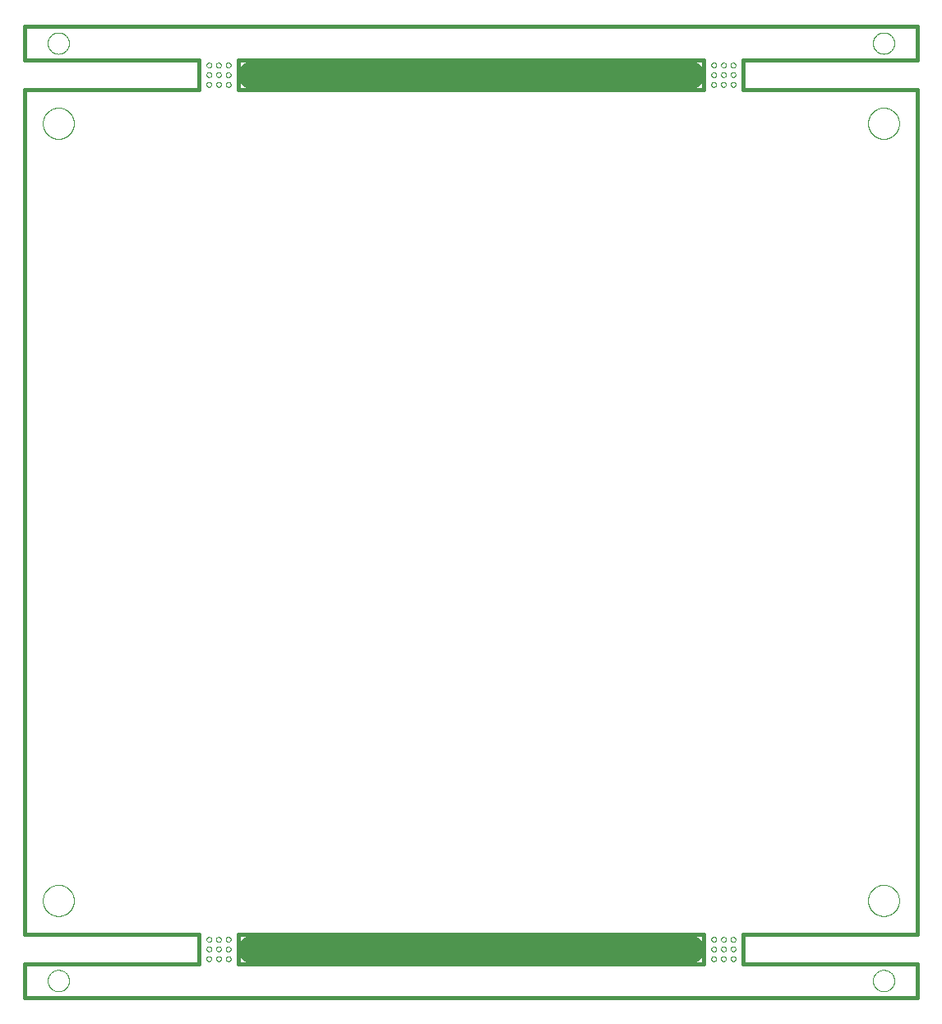
<source format=gko>
G75*
%MOIN*%
%OFA0B0*%
%FSLAX25Y25*%
%IPPOS*%
%LPD*%
%AMOC8*
5,1,8,0,0,1.08239X$1,22.5*
%
%ADD10C,0.00000*%
%ADD11C,0.01600*%
%ADD12C,0.11811*%
D10*
X0011471Y0008690D02*
X0011473Y0008821D01*
X0011479Y0008953D01*
X0011489Y0009084D01*
X0011503Y0009215D01*
X0011521Y0009345D01*
X0011543Y0009474D01*
X0011568Y0009603D01*
X0011598Y0009731D01*
X0011632Y0009858D01*
X0011669Y0009985D01*
X0011710Y0010109D01*
X0011755Y0010233D01*
X0011804Y0010355D01*
X0011856Y0010476D01*
X0011912Y0010594D01*
X0011972Y0010712D01*
X0012035Y0010827D01*
X0012102Y0010940D01*
X0012172Y0011052D01*
X0012245Y0011161D01*
X0012321Y0011267D01*
X0012401Y0011372D01*
X0012484Y0011474D01*
X0012570Y0011573D01*
X0012659Y0011670D01*
X0012751Y0011764D01*
X0012846Y0011855D01*
X0012943Y0011944D01*
X0013043Y0012029D01*
X0013146Y0012111D01*
X0013251Y0012190D01*
X0013358Y0012266D01*
X0013468Y0012338D01*
X0013580Y0012407D01*
X0013694Y0012473D01*
X0013809Y0012535D01*
X0013927Y0012594D01*
X0014046Y0012649D01*
X0014167Y0012701D01*
X0014290Y0012748D01*
X0014414Y0012792D01*
X0014539Y0012833D01*
X0014665Y0012869D01*
X0014793Y0012902D01*
X0014921Y0012930D01*
X0015050Y0012955D01*
X0015180Y0012976D01*
X0015310Y0012993D01*
X0015441Y0013006D01*
X0015572Y0013015D01*
X0015703Y0013020D01*
X0015835Y0013021D01*
X0015966Y0013018D01*
X0016098Y0013011D01*
X0016229Y0013000D01*
X0016359Y0012985D01*
X0016489Y0012966D01*
X0016619Y0012943D01*
X0016747Y0012917D01*
X0016875Y0012886D01*
X0017002Y0012851D01*
X0017128Y0012813D01*
X0017252Y0012771D01*
X0017376Y0012725D01*
X0017497Y0012675D01*
X0017617Y0012622D01*
X0017736Y0012565D01*
X0017853Y0012505D01*
X0017967Y0012441D01*
X0018080Y0012373D01*
X0018191Y0012302D01*
X0018300Y0012228D01*
X0018406Y0012151D01*
X0018510Y0012070D01*
X0018611Y0011987D01*
X0018710Y0011900D01*
X0018806Y0011810D01*
X0018899Y0011717D01*
X0018990Y0011622D01*
X0019077Y0011524D01*
X0019162Y0011423D01*
X0019243Y0011320D01*
X0019321Y0011214D01*
X0019396Y0011106D01*
X0019468Y0010996D01*
X0019536Y0010884D01*
X0019601Y0010770D01*
X0019662Y0010653D01*
X0019720Y0010535D01*
X0019774Y0010415D01*
X0019825Y0010294D01*
X0019872Y0010171D01*
X0019915Y0010047D01*
X0019954Y0009922D01*
X0019990Y0009795D01*
X0020021Y0009667D01*
X0020049Y0009539D01*
X0020073Y0009410D01*
X0020093Y0009280D01*
X0020109Y0009149D01*
X0020121Y0009018D01*
X0020129Y0008887D01*
X0020133Y0008756D01*
X0020133Y0008624D01*
X0020129Y0008493D01*
X0020121Y0008362D01*
X0020109Y0008231D01*
X0020093Y0008100D01*
X0020073Y0007970D01*
X0020049Y0007841D01*
X0020021Y0007713D01*
X0019990Y0007585D01*
X0019954Y0007458D01*
X0019915Y0007333D01*
X0019872Y0007209D01*
X0019825Y0007086D01*
X0019774Y0006965D01*
X0019720Y0006845D01*
X0019662Y0006727D01*
X0019601Y0006610D01*
X0019536Y0006496D01*
X0019468Y0006384D01*
X0019396Y0006274D01*
X0019321Y0006166D01*
X0019243Y0006060D01*
X0019162Y0005957D01*
X0019077Y0005856D01*
X0018990Y0005758D01*
X0018899Y0005663D01*
X0018806Y0005570D01*
X0018710Y0005480D01*
X0018611Y0005393D01*
X0018510Y0005310D01*
X0018406Y0005229D01*
X0018300Y0005152D01*
X0018191Y0005078D01*
X0018080Y0005007D01*
X0017968Y0004939D01*
X0017853Y0004875D01*
X0017736Y0004815D01*
X0017617Y0004758D01*
X0017497Y0004705D01*
X0017376Y0004655D01*
X0017252Y0004609D01*
X0017128Y0004567D01*
X0017002Y0004529D01*
X0016875Y0004494D01*
X0016747Y0004463D01*
X0016619Y0004437D01*
X0016489Y0004414D01*
X0016359Y0004395D01*
X0016229Y0004380D01*
X0016098Y0004369D01*
X0015966Y0004362D01*
X0015835Y0004359D01*
X0015703Y0004360D01*
X0015572Y0004365D01*
X0015441Y0004374D01*
X0015310Y0004387D01*
X0015180Y0004404D01*
X0015050Y0004425D01*
X0014921Y0004450D01*
X0014793Y0004478D01*
X0014665Y0004511D01*
X0014539Y0004547D01*
X0014414Y0004588D01*
X0014290Y0004632D01*
X0014167Y0004679D01*
X0014046Y0004731D01*
X0013927Y0004786D01*
X0013809Y0004845D01*
X0013694Y0004907D01*
X0013580Y0004973D01*
X0013468Y0005042D01*
X0013358Y0005114D01*
X0013251Y0005190D01*
X0013146Y0005269D01*
X0013043Y0005351D01*
X0012943Y0005436D01*
X0012846Y0005525D01*
X0012751Y0005616D01*
X0012659Y0005710D01*
X0012570Y0005807D01*
X0012484Y0005906D01*
X0012401Y0006008D01*
X0012321Y0006113D01*
X0012245Y0006219D01*
X0012172Y0006328D01*
X0012102Y0006440D01*
X0012035Y0006553D01*
X0011972Y0006668D01*
X0011912Y0006786D01*
X0011856Y0006904D01*
X0011804Y0007025D01*
X0011755Y0007147D01*
X0011710Y0007271D01*
X0011669Y0007395D01*
X0011632Y0007522D01*
X0011598Y0007649D01*
X0011568Y0007777D01*
X0011543Y0007906D01*
X0011521Y0008035D01*
X0011503Y0008165D01*
X0011489Y0008296D01*
X0011479Y0008427D01*
X0011473Y0008559D01*
X0011471Y0008690D01*
X0009503Y0041170D02*
X0009505Y0041328D01*
X0009511Y0041486D01*
X0009521Y0041644D01*
X0009535Y0041802D01*
X0009553Y0041959D01*
X0009574Y0042116D01*
X0009600Y0042272D01*
X0009630Y0042428D01*
X0009663Y0042583D01*
X0009701Y0042736D01*
X0009742Y0042889D01*
X0009787Y0043041D01*
X0009836Y0043192D01*
X0009889Y0043341D01*
X0009945Y0043489D01*
X0010005Y0043635D01*
X0010069Y0043780D01*
X0010137Y0043923D01*
X0010208Y0044065D01*
X0010282Y0044205D01*
X0010360Y0044342D01*
X0010442Y0044478D01*
X0010526Y0044612D01*
X0010615Y0044743D01*
X0010706Y0044872D01*
X0010801Y0044999D01*
X0010898Y0045124D01*
X0010999Y0045246D01*
X0011103Y0045365D01*
X0011210Y0045482D01*
X0011320Y0045596D01*
X0011433Y0045707D01*
X0011548Y0045816D01*
X0011666Y0045921D01*
X0011787Y0046023D01*
X0011910Y0046123D01*
X0012036Y0046219D01*
X0012164Y0046312D01*
X0012294Y0046402D01*
X0012427Y0046488D01*
X0012562Y0046572D01*
X0012698Y0046651D01*
X0012837Y0046728D01*
X0012978Y0046800D01*
X0013120Y0046870D01*
X0013264Y0046935D01*
X0013410Y0046997D01*
X0013557Y0047055D01*
X0013706Y0047110D01*
X0013856Y0047161D01*
X0014007Y0047208D01*
X0014159Y0047251D01*
X0014312Y0047290D01*
X0014467Y0047326D01*
X0014622Y0047357D01*
X0014778Y0047385D01*
X0014934Y0047409D01*
X0015091Y0047429D01*
X0015249Y0047445D01*
X0015406Y0047457D01*
X0015565Y0047465D01*
X0015723Y0047469D01*
X0015881Y0047469D01*
X0016039Y0047465D01*
X0016198Y0047457D01*
X0016355Y0047445D01*
X0016513Y0047429D01*
X0016670Y0047409D01*
X0016826Y0047385D01*
X0016982Y0047357D01*
X0017137Y0047326D01*
X0017292Y0047290D01*
X0017445Y0047251D01*
X0017597Y0047208D01*
X0017748Y0047161D01*
X0017898Y0047110D01*
X0018047Y0047055D01*
X0018194Y0046997D01*
X0018340Y0046935D01*
X0018484Y0046870D01*
X0018626Y0046800D01*
X0018767Y0046728D01*
X0018906Y0046651D01*
X0019042Y0046572D01*
X0019177Y0046488D01*
X0019310Y0046402D01*
X0019440Y0046312D01*
X0019568Y0046219D01*
X0019694Y0046123D01*
X0019817Y0046023D01*
X0019938Y0045921D01*
X0020056Y0045816D01*
X0020171Y0045707D01*
X0020284Y0045596D01*
X0020394Y0045482D01*
X0020501Y0045365D01*
X0020605Y0045246D01*
X0020706Y0045124D01*
X0020803Y0044999D01*
X0020898Y0044872D01*
X0020989Y0044743D01*
X0021078Y0044612D01*
X0021162Y0044478D01*
X0021244Y0044342D01*
X0021322Y0044205D01*
X0021396Y0044065D01*
X0021467Y0043923D01*
X0021535Y0043780D01*
X0021599Y0043635D01*
X0021659Y0043489D01*
X0021715Y0043341D01*
X0021768Y0043192D01*
X0021817Y0043041D01*
X0021862Y0042889D01*
X0021903Y0042736D01*
X0021941Y0042583D01*
X0021974Y0042428D01*
X0022004Y0042272D01*
X0022030Y0042116D01*
X0022051Y0041959D01*
X0022069Y0041802D01*
X0022083Y0041644D01*
X0022093Y0041486D01*
X0022099Y0041328D01*
X0022101Y0041170D01*
X0022099Y0041012D01*
X0022093Y0040854D01*
X0022083Y0040696D01*
X0022069Y0040538D01*
X0022051Y0040381D01*
X0022030Y0040224D01*
X0022004Y0040068D01*
X0021974Y0039912D01*
X0021941Y0039757D01*
X0021903Y0039604D01*
X0021862Y0039451D01*
X0021817Y0039299D01*
X0021768Y0039148D01*
X0021715Y0038999D01*
X0021659Y0038851D01*
X0021599Y0038705D01*
X0021535Y0038560D01*
X0021467Y0038417D01*
X0021396Y0038275D01*
X0021322Y0038135D01*
X0021244Y0037998D01*
X0021162Y0037862D01*
X0021078Y0037728D01*
X0020989Y0037597D01*
X0020898Y0037468D01*
X0020803Y0037341D01*
X0020706Y0037216D01*
X0020605Y0037094D01*
X0020501Y0036975D01*
X0020394Y0036858D01*
X0020284Y0036744D01*
X0020171Y0036633D01*
X0020056Y0036524D01*
X0019938Y0036419D01*
X0019817Y0036317D01*
X0019694Y0036217D01*
X0019568Y0036121D01*
X0019440Y0036028D01*
X0019310Y0035938D01*
X0019177Y0035852D01*
X0019042Y0035768D01*
X0018906Y0035689D01*
X0018767Y0035612D01*
X0018626Y0035540D01*
X0018484Y0035470D01*
X0018340Y0035405D01*
X0018194Y0035343D01*
X0018047Y0035285D01*
X0017898Y0035230D01*
X0017748Y0035179D01*
X0017597Y0035132D01*
X0017445Y0035089D01*
X0017292Y0035050D01*
X0017137Y0035014D01*
X0016982Y0034983D01*
X0016826Y0034955D01*
X0016670Y0034931D01*
X0016513Y0034911D01*
X0016355Y0034895D01*
X0016198Y0034883D01*
X0016039Y0034875D01*
X0015881Y0034871D01*
X0015723Y0034871D01*
X0015565Y0034875D01*
X0015406Y0034883D01*
X0015249Y0034895D01*
X0015091Y0034911D01*
X0014934Y0034931D01*
X0014778Y0034955D01*
X0014622Y0034983D01*
X0014467Y0035014D01*
X0014312Y0035050D01*
X0014159Y0035089D01*
X0014007Y0035132D01*
X0013856Y0035179D01*
X0013706Y0035230D01*
X0013557Y0035285D01*
X0013410Y0035343D01*
X0013264Y0035405D01*
X0013120Y0035470D01*
X0012978Y0035540D01*
X0012837Y0035612D01*
X0012698Y0035689D01*
X0012562Y0035768D01*
X0012427Y0035852D01*
X0012294Y0035938D01*
X0012164Y0036028D01*
X0012036Y0036121D01*
X0011910Y0036217D01*
X0011787Y0036317D01*
X0011666Y0036419D01*
X0011548Y0036524D01*
X0011433Y0036633D01*
X0011320Y0036744D01*
X0011210Y0036858D01*
X0011103Y0036975D01*
X0010999Y0037094D01*
X0010898Y0037216D01*
X0010801Y0037341D01*
X0010706Y0037468D01*
X0010615Y0037597D01*
X0010526Y0037728D01*
X0010442Y0037862D01*
X0010360Y0037998D01*
X0010282Y0038135D01*
X0010208Y0038275D01*
X0010137Y0038417D01*
X0010069Y0038560D01*
X0010005Y0038705D01*
X0009945Y0038851D01*
X0009889Y0038999D01*
X0009836Y0039148D01*
X0009787Y0039299D01*
X0009742Y0039451D01*
X0009701Y0039604D01*
X0009663Y0039757D01*
X0009630Y0039912D01*
X0009600Y0040068D01*
X0009574Y0040224D01*
X0009553Y0040381D01*
X0009535Y0040538D01*
X0009521Y0040696D01*
X0009511Y0040854D01*
X0009505Y0041012D01*
X0009503Y0041170D01*
X0075841Y0025422D02*
X0075843Y0025484D01*
X0075849Y0025547D01*
X0075859Y0025608D01*
X0075873Y0025669D01*
X0075890Y0025729D01*
X0075911Y0025788D01*
X0075937Y0025845D01*
X0075965Y0025900D01*
X0075997Y0025954D01*
X0076033Y0026005D01*
X0076071Y0026055D01*
X0076113Y0026101D01*
X0076157Y0026145D01*
X0076205Y0026186D01*
X0076254Y0026224D01*
X0076306Y0026258D01*
X0076360Y0026289D01*
X0076416Y0026317D01*
X0076474Y0026341D01*
X0076533Y0026362D01*
X0076593Y0026378D01*
X0076654Y0026391D01*
X0076716Y0026400D01*
X0076778Y0026405D01*
X0076841Y0026406D01*
X0076903Y0026403D01*
X0076965Y0026396D01*
X0077027Y0026385D01*
X0077087Y0026370D01*
X0077147Y0026352D01*
X0077205Y0026330D01*
X0077262Y0026304D01*
X0077317Y0026274D01*
X0077370Y0026241D01*
X0077421Y0026205D01*
X0077469Y0026166D01*
X0077515Y0026123D01*
X0077558Y0026078D01*
X0077598Y0026030D01*
X0077635Y0025980D01*
X0077669Y0025927D01*
X0077700Y0025873D01*
X0077726Y0025817D01*
X0077750Y0025759D01*
X0077769Y0025699D01*
X0077785Y0025639D01*
X0077797Y0025577D01*
X0077805Y0025516D01*
X0077809Y0025453D01*
X0077809Y0025391D01*
X0077805Y0025328D01*
X0077797Y0025267D01*
X0077785Y0025205D01*
X0077769Y0025145D01*
X0077750Y0025085D01*
X0077726Y0025027D01*
X0077700Y0024971D01*
X0077669Y0024917D01*
X0077635Y0024864D01*
X0077598Y0024814D01*
X0077558Y0024766D01*
X0077515Y0024721D01*
X0077469Y0024678D01*
X0077421Y0024639D01*
X0077370Y0024603D01*
X0077317Y0024570D01*
X0077262Y0024540D01*
X0077205Y0024514D01*
X0077147Y0024492D01*
X0077087Y0024474D01*
X0077027Y0024459D01*
X0076965Y0024448D01*
X0076903Y0024441D01*
X0076841Y0024438D01*
X0076778Y0024439D01*
X0076716Y0024444D01*
X0076654Y0024453D01*
X0076593Y0024466D01*
X0076533Y0024482D01*
X0076474Y0024503D01*
X0076416Y0024527D01*
X0076360Y0024555D01*
X0076306Y0024586D01*
X0076254Y0024620D01*
X0076205Y0024658D01*
X0076157Y0024699D01*
X0076113Y0024743D01*
X0076071Y0024789D01*
X0076033Y0024839D01*
X0075997Y0024890D01*
X0075965Y0024944D01*
X0075937Y0024999D01*
X0075911Y0025056D01*
X0075890Y0025115D01*
X0075873Y0025175D01*
X0075859Y0025236D01*
X0075849Y0025297D01*
X0075843Y0025360D01*
X0075841Y0025422D01*
X0075841Y0021485D02*
X0075843Y0021547D01*
X0075849Y0021610D01*
X0075859Y0021671D01*
X0075873Y0021732D01*
X0075890Y0021792D01*
X0075911Y0021851D01*
X0075937Y0021908D01*
X0075965Y0021963D01*
X0075997Y0022017D01*
X0076033Y0022068D01*
X0076071Y0022118D01*
X0076113Y0022164D01*
X0076157Y0022208D01*
X0076205Y0022249D01*
X0076254Y0022287D01*
X0076306Y0022321D01*
X0076360Y0022352D01*
X0076416Y0022380D01*
X0076474Y0022404D01*
X0076533Y0022425D01*
X0076593Y0022441D01*
X0076654Y0022454D01*
X0076716Y0022463D01*
X0076778Y0022468D01*
X0076841Y0022469D01*
X0076903Y0022466D01*
X0076965Y0022459D01*
X0077027Y0022448D01*
X0077087Y0022433D01*
X0077147Y0022415D01*
X0077205Y0022393D01*
X0077262Y0022367D01*
X0077317Y0022337D01*
X0077370Y0022304D01*
X0077421Y0022268D01*
X0077469Y0022229D01*
X0077515Y0022186D01*
X0077558Y0022141D01*
X0077598Y0022093D01*
X0077635Y0022043D01*
X0077669Y0021990D01*
X0077700Y0021936D01*
X0077726Y0021880D01*
X0077750Y0021822D01*
X0077769Y0021762D01*
X0077785Y0021702D01*
X0077797Y0021640D01*
X0077805Y0021579D01*
X0077809Y0021516D01*
X0077809Y0021454D01*
X0077805Y0021391D01*
X0077797Y0021330D01*
X0077785Y0021268D01*
X0077769Y0021208D01*
X0077750Y0021148D01*
X0077726Y0021090D01*
X0077700Y0021034D01*
X0077669Y0020980D01*
X0077635Y0020927D01*
X0077598Y0020877D01*
X0077558Y0020829D01*
X0077515Y0020784D01*
X0077469Y0020741D01*
X0077421Y0020702D01*
X0077370Y0020666D01*
X0077317Y0020633D01*
X0077262Y0020603D01*
X0077205Y0020577D01*
X0077147Y0020555D01*
X0077087Y0020537D01*
X0077027Y0020522D01*
X0076965Y0020511D01*
X0076903Y0020504D01*
X0076841Y0020501D01*
X0076778Y0020502D01*
X0076716Y0020507D01*
X0076654Y0020516D01*
X0076593Y0020529D01*
X0076533Y0020545D01*
X0076474Y0020566D01*
X0076416Y0020590D01*
X0076360Y0020618D01*
X0076306Y0020649D01*
X0076254Y0020683D01*
X0076205Y0020721D01*
X0076157Y0020762D01*
X0076113Y0020806D01*
X0076071Y0020852D01*
X0076033Y0020902D01*
X0075997Y0020953D01*
X0075965Y0021007D01*
X0075937Y0021062D01*
X0075911Y0021119D01*
X0075890Y0021178D01*
X0075873Y0021238D01*
X0075859Y0021299D01*
X0075849Y0021360D01*
X0075843Y0021423D01*
X0075841Y0021485D01*
X0075841Y0017548D02*
X0075843Y0017610D01*
X0075849Y0017673D01*
X0075859Y0017734D01*
X0075873Y0017795D01*
X0075890Y0017855D01*
X0075911Y0017914D01*
X0075937Y0017971D01*
X0075965Y0018026D01*
X0075997Y0018080D01*
X0076033Y0018131D01*
X0076071Y0018181D01*
X0076113Y0018227D01*
X0076157Y0018271D01*
X0076205Y0018312D01*
X0076254Y0018350D01*
X0076306Y0018384D01*
X0076360Y0018415D01*
X0076416Y0018443D01*
X0076474Y0018467D01*
X0076533Y0018488D01*
X0076593Y0018504D01*
X0076654Y0018517D01*
X0076716Y0018526D01*
X0076778Y0018531D01*
X0076841Y0018532D01*
X0076903Y0018529D01*
X0076965Y0018522D01*
X0077027Y0018511D01*
X0077087Y0018496D01*
X0077147Y0018478D01*
X0077205Y0018456D01*
X0077262Y0018430D01*
X0077317Y0018400D01*
X0077370Y0018367D01*
X0077421Y0018331D01*
X0077469Y0018292D01*
X0077515Y0018249D01*
X0077558Y0018204D01*
X0077598Y0018156D01*
X0077635Y0018106D01*
X0077669Y0018053D01*
X0077700Y0017999D01*
X0077726Y0017943D01*
X0077750Y0017885D01*
X0077769Y0017825D01*
X0077785Y0017765D01*
X0077797Y0017703D01*
X0077805Y0017642D01*
X0077809Y0017579D01*
X0077809Y0017517D01*
X0077805Y0017454D01*
X0077797Y0017393D01*
X0077785Y0017331D01*
X0077769Y0017271D01*
X0077750Y0017211D01*
X0077726Y0017153D01*
X0077700Y0017097D01*
X0077669Y0017043D01*
X0077635Y0016990D01*
X0077598Y0016940D01*
X0077558Y0016892D01*
X0077515Y0016847D01*
X0077469Y0016804D01*
X0077421Y0016765D01*
X0077370Y0016729D01*
X0077317Y0016696D01*
X0077262Y0016666D01*
X0077205Y0016640D01*
X0077147Y0016618D01*
X0077087Y0016600D01*
X0077027Y0016585D01*
X0076965Y0016574D01*
X0076903Y0016567D01*
X0076841Y0016564D01*
X0076778Y0016565D01*
X0076716Y0016570D01*
X0076654Y0016579D01*
X0076593Y0016592D01*
X0076533Y0016608D01*
X0076474Y0016629D01*
X0076416Y0016653D01*
X0076360Y0016681D01*
X0076306Y0016712D01*
X0076254Y0016746D01*
X0076205Y0016784D01*
X0076157Y0016825D01*
X0076113Y0016869D01*
X0076071Y0016915D01*
X0076033Y0016965D01*
X0075997Y0017016D01*
X0075965Y0017070D01*
X0075937Y0017125D01*
X0075911Y0017182D01*
X0075890Y0017241D01*
X0075873Y0017301D01*
X0075859Y0017362D01*
X0075849Y0017423D01*
X0075843Y0017486D01*
X0075841Y0017548D01*
X0079778Y0017548D02*
X0079780Y0017610D01*
X0079786Y0017673D01*
X0079796Y0017734D01*
X0079810Y0017795D01*
X0079827Y0017855D01*
X0079848Y0017914D01*
X0079874Y0017971D01*
X0079902Y0018026D01*
X0079934Y0018080D01*
X0079970Y0018131D01*
X0080008Y0018181D01*
X0080050Y0018227D01*
X0080094Y0018271D01*
X0080142Y0018312D01*
X0080191Y0018350D01*
X0080243Y0018384D01*
X0080297Y0018415D01*
X0080353Y0018443D01*
X0080411Y0018467D01*
X0080470Y0018488D01*
X0080530Y0018504D01*
X0080591Y0018517D01*
X0080653Y0018526D01*
X0080715Y0018531D01*
X0080778Y0018532D01*
X0080840Y0018529D01*
X0080902Y0018522D01*
X0080964Y0018511D01*
X0081024Y0018496D01*
X0081084Y0018478D01*
X0081142Y0018456D01*
X0081199Y0018430D01*
X0081254Y0018400D01*
X0081307Y0018367D01*
X0081358Y0018331D01*
X0081406Y0018292D01*
X0081452Y0018249D01*
X0081495Y0018204D01*
X0081535Y0018156D01*
X0081572Y0018106D01*
X0081606Y0018053D01*
X0081637Y0017999D01*
X0081663Y0017943D01*
X0081687Y0017885D01*
X0081706Y0017825D01*
X0081722Y0017765D01*
X0081734Y0017703D01*
X0081742Y0017642D01*
X0081746Y0017579D01*
X0081746Y0017517D01*
X0081742Y0017454D01*
X0081734Y0017393D01*
X0081722Y0017331D01*
X0081706Y0017271D01*
X0081687Y0017211D01*
X0081663Y0017153D01*
X0081637Y0017097D01*
X0081606Y0017043D01*
X0081572Y0016990D01*
X0081535Y0016940D01*
X0081495Y0016892D01*
X0081452Y0016847D01*
X0081406Y0016804D01*
X0081358Y0016765D01*
X0081307Y0016729D01*
X0081254Y0016696D01*
X0081199Y0016666D01*
X0081142Y0016640D01*
X0081084Y0016618D01*
X0081024Y0016600D01*
X0080964Y0016585D01*
X0080902Y0016574D01*
X0080840Y0016567D01*
X0080778Y0016564D01*
X0080715Y0016565D01*
X0080653Y0016570D01*
X0080591Y0016579D01*
X0080530Y0016592D01*
X0080470Y0016608D01*
X0080411Y0016629D01*
X0080353Y0016653D01*
X0080297Y0016681D01*
X0080243Y0016712D01*
X0080191Y0016746D01*
X0080142Y0016784D01*
X0080094Y0016825D01*
X0080050Y0016869D01*
X0080008Y0016915D01*
X0079970Y0016965D01*
X0079934Y0017016D01*
X0079902Y0017070D01*
X0079874Y0017125D01*
X0079848Y0017182D01*
X0079827Y0017241D01*
X0079810Y0017301D01*
X0079796Y0017362D01*
X0079786Y0017423D01*
X0079780Y0017486D01*
X0079778Y0017548D01*
X0079778Y0021485D02*
X0079780Y0021547D01*
X0079786Y0021610D01*
X0079796Y0021671D01*
X0079810Y0021732D01*
X0079827Y0021792D01*
X0079848Y0021851D01*
X0079874Y0021908D01*
X0079902Y0021963D01*
X0079934Y0022017D01*
X0079970Y0022068D01*
X0080008Y0022118D01*
X0080050Y0022164D01*
X0080094Y0022208D01*
X0080142Y0022249D01*
X0080191Y0022287D01*
X0080243Y0022321D01*
X0080297Y0022352D01*
X0080353Y0022380D01*
X0080411Y0022404D01*
X0080470Y0022425D01*
X0080530Y0022441D01*
X0080591Y0022454D01*
X0080653Y0022463D01*
X0080715Y0022468D01*
X0080778Y0022469D01*
X0080840Y0022466D01*
X0080902Y0022459D01*
X0080964Y0022448D01*
X0081024Y0022433D01*
X0081084Y0022415D01*
X0081142Y0022393D01*
X0081199Y0022367D01*
X0081254Y0022337D01*
X0081307Y0022304D01*
X0081358Y0022268D01*
X0081406Y0022229D01*
X0081452Y0022186D01*
X0081495Y0022141D01*
X0081535Y0022093D01*
X0081572Y0022043D01*
X0081606Y0021990D01*
X0081637Y0021936D01*
X0081663Y0021880D01*
X0081687Y0021822D01*
X0081706Y0021762D01*
X0081722Y0021702D01*
X0081734Y0021640D01*
X0081742Y0021579D01*
X0081746Y0021516D01*
X0081746Y0021454D01*
X0081742Y0021391D01*
X0081734Y0021330D01*
X0081722Y0021268D01*
X0081706Y0021208D01*
X0081687Y0021148D01*
X0081663Y0021090D01*
X0081637Y0021034D01*
X0081606Y0020980D01*
X0081572Y0020927D01*
X0081535Y0020877D01*
X0081495Y0020829D01*
X0081452Y0020784D01*
X0081406Y0020741D01*
X0081358Y0020702D01*
X0081307Y0020666D01*
X0081254Y0020633D01*
X0081199Y0020603D01*
X0081142Y0020577D01*
X0081084Y0020555D01*
X0081024Y0020537D01*
X0080964Y0020522D01*
X0080902Y0020511D01*
X0080840Y0020504D01*
X0080778Y0020501D01*
X0080715Y0020502D01*
X0080653Y0020507D01*
X0080591Y0020516D01*
X0080530Y0020529D01*
X0080470Y0020545D01*
X0080411Y0020566D01*
X0080353Y0020590D01*
X0080297Y0020618D01*
X0080243Y0020649D01*
X0080191Y0020683D01*
X0080142Y0020721D01*
X0080094Y0020762D01*
X0080050Y0020806D01*
X0080008Y0020852D01*
X0079970Y0020902D01*
X0079934Y0020953D01*
X0079902Y0021007D01*
X0079874Y0021062D01*
X0079848Y0021119D01*
X0079827Y0021178D01*
X0079810Y0021238D01*
X0079796Y0021299D01*
X0079786Y0021360D01*
X0079780Y0021423D01*
X0079778Y0021485D01*
X0079778Y0025422D02*
X0079780Y0025484D01*
X0079786Y0025547D01*
X0079796Y0025608D01*
X0079810Y0025669D01*
X0079827Y0025729D01*
X0079848Y0025788D01*
X0079874Y0025845D01*
X0079902Y0025900D01*
X0079934Y0025954D01*
X0079970Y0026005D01*
X0080008Y0026055D01*
X0080050Y0026101D01*
X0080094Y0026145D01*
X0080142Y0026186D01*
X0080191Y0026224D01*
X0080243Y0026258D01*
X0080297Y0026289D01*
X0080353Y0026317D01*
X0080411Y0026341D01*
X0080470Y0026362D01*
X0080530Y0026378D01*
X0080591Y0026391D01*
X0080653Y0026400D01*
X0080715Y0026405D01*
X0080778Y0026406D01*
X0080840Y0026403D01*
X0080902Y0026396D01*
X0080964Y0026385D01*
X0081024Y0026370D01*
X0081084Y0026352D01*
X0081142Y0026330D01*
X0081199Y0026304D01*
X0081254Y0026274D01*
X0081307Y0026241D01*
X0081358Y0026205D01*
X0081406Y0026166D01*
X0081452Y0026123D01*
X0081495Y0026078D01*
X0081535Y0026030D01*
X0081572Y0025980D01*
X0081606Y0025927D01*
X0081637Y0025873D01*
X0081663Y0025817D01*
X0081687Y0025759D01*
X0081706Y0025699D01*
X0081722Y0025639D01*
X0081734Y0025577D01*
X0081742Y0025516D01*
X0081746Y0025453D01*
X0081746Y0025391D01*
X0081742Y0025328D01*
X0081734Y0025267D01*
X0081722Y0025205D01*
X0081706Y0025145D01*
X0081687Y0025085D01*
X0081663Y0025027D01*
X0081637Y0024971D01*
X0081606Y0024917D01*
X0081572Y0024864D01*
X0081535Y0024814D01*
X0081495Y0024766D01*
X0081452Y0024721D01*
X0081406Y0024678D01*
X0081358Y0024639D01*
X0081307Y0024603D01*
X0081254Y0024570D01*
X0081199Y0024540D01*
X0081142Y0024514D01*
X0081084Y0024492D01*
X0081024Y0024474D01*
X0080964Y0024459D01*
X0080902Y0024448D01*
X0080840Y0024441D01*
X0080778Y0024438D01*
X0080715Y0024439D01*
X0080653Y0024444D01*
X0080591Y0024453D01*
X0080530Y0024466D01*
X0080470Y0024482D01*
X0080411Y0024503D01*
X0080353Y0024527D01*
X0080297Y0024555D01*
X0080243Y0024586D01*
X0080191Y0024620D01*
X0080142Y0024658D01*
X0080094Y0024699D01*
X0080050Y0024743D01*
X0080008Y0024789D01*
X0079970Y0024839D01*
X0079934Y0024890D01*
X0079902Y0024944D01*
X0079874Y0024999D01*
X0079848Y0025056D01*
X0079827Y0025115D01*
X0079810Y0025175D01*
X0079796Y0025236D01*
X0079786Y0025297D01*
X0079780Y0025360D01*
X0079778Y0025422D01*
X0083715Y0025422D02*
X0083717Y0025484D01*
X0083723Y0025547D01*
X0083733Y0025608D01*
X0083747Y0025669D01*
X0083764Y0025729D01*
X0083785Y0025788D01*
X0083811Y0025845D01*
X0083839Y0025900D01*
X0083871Y0025954D01*
X0083907Y0026005D01*
X0083945Y0026055D01*
X0083987Y0026101D01*
X0084031Y0026145D01*
X0084079Y0026186D01*
X0084128Y0026224D01*
X0084180Y0026258D01*
X0084234Y0026289D01*
X0084290Y0026317D01*
X0084348Y0026341D01*
X0084407Y0026362D01*
X0084467Y0026378D01*
X0084528Y0026391D01*
X0084590Y0026400D01*
X0084652Y0026405D01*
X0084715Y0026406D01*
X0084777Y0026403D01*
X0084839Y0026396D01*
X0084901Y0026385D01*
X0084961Y0026370D01*
X0085021Y0026352D01*
X0085079Y0026330D01*
X0085136Y0026304D01*
X0085191Y0026274D01*
X0085244Y0026241D01*
X0085295Y0026205D01*
X0085343Y0026166D01*
X0085389Y0026123D01*
X0085432Y0026078D01*
X0085472Y0026030D01*
X0085509Y0025980D01*
X0085543Y0025927D01*
X0085574Y0025873D01*
X0085600Y0025817D01*
X0085624Y0025759D01*
X0085643Y0025699D01*
X0085659Y0025639D01*
X0085671Y0025577D01*
X0085679Y0025516D01*
X0085683Y0025453D01*
X0085683Y0025391D01*
X0085679Y0025328D01*
X0085671Y0025267D01*
X0085659Y0025205D01*
X0085643Y0025145D01*
X0085624Y0025085D01*
X0085600Y0025027D01*
X0085574Y0024971D01*
X0085543Y0024917D01*
X0085509Y0024864D01*
X0085472Y0024814D01*
X0085432Y0024766D01*
X0085389Y0024721D01*
X0085343Y0024678D01*
X0085295Y0024639D01*
X0085244Y0024603D01*
X0085191Y0024570D01*
X0085136Y0024540D01*
X0085079Y0024514D01*
X0085021Y0024492D01*
X0084961Y0024474D01*
X0084901Y0024459D01*
X0084839Y0024448D01*
X0084777Y0024441D01*
X0084715Y0024438D01*
X0084652Y0024439D01*
X0084590Y0024444D01*
X0084528Y0024453D01*
X0084467Y0024466D01*
X0084407Y0024482D01*
X0084348Y0024503D01*
X0084290Y0024527D01*
X0084234Y0024555D01*
X0084180Y0024586D01*
X0084128Y0024620D01*
X0084079Y0024658D01*
X0084031Y0024699D01*
X0083987Y0024743D01*
X0083945Y0024789D01*
X0083907Y0024839D01*
X0083871Y0024890D01*
X0083839Y0024944D01*
X0083811Y0024999D01*
X0083785Y0025056D01*
X0083764Y0025115D01*
X0083747Y0025175D01*
X0083733Y0025236D01*
X0083723Y0025297D01*
X0083717Y0025360D01*
X0083715Y0025422D01*
X0083715Y0021485D02*
X0083717Y0021547D01*
X0083723Y0021610D01*
X0083733Y0021671D01*
X0083747Y0021732D01*
X0083764Y0021792D01*
X0083785Y0021851D01*
X0083811Y0021908D01*
X0083839Y0021963D01*
X0083871Y0022017D01*
X0083907Y0022068D01*
X0083945Y0022118D01*
X0083987Y0022164D01*
X0084031Y0022208D01*
X0084079Y0022249D01*
X0084128Y0022287D01*
X0084180Y0022321D01*
X0084234Y0022352D01*
X0084290Y0022380D01*
X0084348Y0022404D01*
X0084407Y0022425D01*
X0084467Y0022441D01*
X0084528Y0022454D01*
X0084590Y0022463D01*
X0084652Y0022468D01*
X0084715Y0022469D01*
X0084777Y0022466D01*
X0084839Y0022459D01*
X0084901Y0022448D01*
X0084961Y0022433D01*
X0085021Y0022415D01*
X0085079Y0022393D01*
X0085136Y0022367D01*
X0085191Y0022337D01*
X0085244Y0022304D01*
X0085295Y0022268D01*
X0085343Y0022229D01*
X0085389Y0022186D01*
X0085432Y0022141D01*
X0085472Y0022093D01*
X0085509Y0022043D01*
X0085543Y0021990D01*
X0085574Y0021936D01*
X0085600Y0021880D01*
X0085624Y0021822D01*
X0085643Y0021762D01*
X0085659Y0021702D01*
X0085671Y0021640D01*
X0085679Y0021579D01*
X0085683Y0021516D01*
X0085683Y0021454D01*
X0085679Y0021391D01*
X0085671Y0021330D01*
X0085659Y0021268D01*
X0085643Y0021208D01*
X0085624Y0021148D01*
X0085600Y0021090D01*
X0085574Y0021034D01*
X0085543Y0020980D01*
X0085509Y0020927D01*
X0085472Y0020877D01*
X0085432Y0020829D01*
X0085389Y0020784D01*
X0085343Y0020741D01*
X0085295Y0020702D01*
X0085244Y0020666D01*
X0085191Y0020633D01*
X0085136Y0020603D01*
X0085079Y0020577D01*
X0085021Y0020555D01*
X0084961Y0020537D01*
X0084901Y0020522D01*
X0084839Y0020511D01*
X0084777Y0020504D01*
X0084715Y0020501D01*
X0084652Y0020502D01*
X0084590Y0020507D01*
X0084528Y0020516D01*
X0084467Y0020529D01*
X0084407Y0020545D01*
X0084348Y0020566D01*
X0084290Y0020590D01*
X0084234Y0020618D01*
X0084180Y0020649D01*
X0084128Y0020683D01*
X0084079Y0020721D01*
X0084031Y0020762D01*
X0083987Y0020806D01*
X0083945Y0020852D01*
X0083907Y0020902D01*
X0083871Y0020953D01*
X0083839Y0021007D01*
X0083811Y0021062D01*
X0083785Y0021119D01*
X0083764Y0021178D01*
X0083747Y0021238D01*
X0083733Y0021299D01*
X0083723Y0021360D01*
X0083717Y0021423D01*
X0083715Y0021485D01*
X0083715Y0017548D02*
X0083717Y0017610D01*
X0083723Y0017673D01*
X0083733Y0017734D01*
X0083747Y0017795D01*
X0083764Y0017855D01*
X0083785Y0017914D01*
X0083811Y0017971D01*
X0083839Y0018026D01*
X0083871Y0018080D01*
X0083907Y0018131D01*
X0083945Y0018181D01*
X0083987Y0018227D01*
X0084031Y0018271D01*
X0084079Y0018312D01*
X0084128Y0018350D01*
X0084180Y0018384D01*
X0084234Y0018415D01*
X0084290Y0018443D01*
X0084348Y0018467D01*
X0084407Y0018488D01*
X0084467Y0018504D01*
X0084528Y0018517D01*
X0084590Y0018526D01*
X0084652Y0018531D01*
X0084715Y0018532D01*
X0084777Y0018529D01*
X0084839Y0018522D01*
X0084901Y0018511D01*
X0084961Y0018496D01*
X0085021Y0018478D01*
X0085079Y0018456D01*
X0085136Y0018430D01*
X0085191Y0018400D01*
X0085244Y0018367D01*
X0085295Y0018331D01*
X0085343Y0018292D01*
X0085389Y0018249D01*
X0085432Y0018204D01*
X0085472Y0018156D01*
X0085509Y0018106D01*
X0085543Y0018053D01*
X0085574Y0017999D01*
X0085600Y0017943D01*
X0085624Y0017885D01*
X0085643Y0017825D01*
X0085659Y0017765D01*
X0085671Y0017703D01*
X0085679Y0017642D01*
X0085683Y0017579D01*
X0085683Y0017517D01*
X0085679Y0017454D01*
X0085671Y0017393D01*
X0085659Y0017331D01*
X0085643Y0017271D01*
X0085624Y0017211D01*
X0085600Y0017153D01*
X0085574Y0017097D01*
X0085543Y0017043D01*
X0085509Y0016990D01*
X0085472Y0016940D01*
X0085432Y0016892D01*
X0085389Y0016847D01*
X0085343Y0016804D01*
X0085295Y0016765D01*
X0085244Y0016729D01*
X0085191Y0016696D01*
X0085136Y0016666D01*
X0085079Y0016640D01*
X0085021Y0016618D01*
X0084961Y0016600D01*
X0084901Y0016585D01*
X0084839Y0016574D01*
X0084777Y0016567D01*
X0084715Y0016564D01*
X0084652Y0016565D01*
X0084590Y0016570D01*
X0084528Y0016579D01*
X0084467Y0016592D01*
X0084407Y0016608D01*
X0084348Y0016629D01*
X0084290Y0016653D01*
X0084234Y0016681D01*
X0084180Y0016712D01*
X0084128Y0016746D01*
X0084079Y0016784D01*
X0084031Y0016825D01*
X0083987Y0016869D01*
X0083945Y0016915D01*
X0083907Y0016965D01*
X0083871Y0017016D01*
X0083839Y0017070D01*
X0083811Y0017125D01*
X0083785Y0017182D01*
X0083764Y0017241D01*
X0083747Y0017301D01*
X0083733Y0017362D01*
X0083723Y0017423D01*
X0083717Y0017486D01*
X0083715Y0017548D01*
X0280566Y0017548D02*
X0280568Y0017610D01*
X0280574Y0017673D01*
X0280584Y0017734D01*
X0280598Y0017795D01*
X0280615Y0017855D01*
X0280636Y0017914D01*
X0280662Y0017971D01*
X0280690Y0018026D01*
X0280722Y0018080D01*
X0280758Y0018131D01*
X0280796Y0018181D01*
X0280838Y0018227D01*
X0280882Y0018271D01*
X0280930Y0018312D01*
X0280979Y0018350D01*
X0281031Y0018384D01*
X0281085Y0018415D01*
X0281141Y0018443D01*
X0281199Y0018467D01*
X0281258Y0018488D01*
X0281318Y0018504D01*
X0281379Y0018517D01*
X0281441Y0018526D01*
X0281503Y0018531D01*
X0281566Y0018532D01*
X0281628Y0018529D01*
X0281690Y0018522D01*
X0281752Y0018511D01*
X0281812Y0018496D01*
X0281872Y0018478D01*
X0281930Y0018456D01*
X0281987Y0018430D01*
X0282042Y0018400D01*
X0282095Y0018367D01*
X0282146Y0018331D01*
X0282194Y0018292D01*
X0282240Y0018249D01*
X0282283Y0018204D01*
X0282323Y0018156D01*
X0282360Y0018106D01*
X0282394Y0018053D01*
X0282425Y0017999D01*
X0282451Y0017943D01*
X0282475Y0017885D01*
X0282494Y0017825D01*
X0282510Y0017765D01*
X0282522Y0017703D01*
X0282530Y0017642D01*
X0282534Y0017579D01*
X0282534Y0017517D01*
X0282530Y0017454D01*
X0282522Y0017393D01*
X0282510Y0017331D01*
X0282494Y0017271D01*
X0282475Y0017211D01*
X0282451Y0017153D01*
X0282425Y0017097D01*
X0282394Y0017043D01*
X0282360Y0016990D01*
X0282323Y0016940D01*
X0282283Y0016892D01*
X0282240Y0016847D01*
X0282194Y0016804D01*
X0282146Y0016765D01*
X0282095Y0016729D01*
X0282042Y0016696D01*
X0281987Y0016666D01*
X0281930Y0016640D01*
X0281872Y0016618D01*
X0281812Y0016600D01*
X0281752Y0016585D01*
X0281690Y0016574D01*
X0281628Y0016567D01*
X0281566Y0016564D01*
X0281503Y0016565D01*
X0281441Y0016570D01*
X0281379Y0016579D01*
X0281318Y0016592D01*
X0281258Y0016608D01*
X0281199Y0016629D01*
X0281141Y0016653D01*
X0281085Y0016681D01*
X0281031Y0016712D01*
X0280979Y0016746D01*
X0280930Y0016784D01*
X0280882Y0016825D01*
X0280838Y0016869D01*
X0280796Y0016915D01*
X0280758Y0016965D01*
X0280722Y0017016D01*
X0280690Y0017070D01*
X0280662Y0017125D01*
X0280636Y0017182D01*
X0280615Y0017241D01*
X0280598Y0017301D01*
X0280584Y0017362D01*
X0280574Y0017423D01*
X0280568Y0017486D01*
X0280566Y0017548D01*
X0280566Y0021485D02*
X0280568Y0021547D01*
X0280574Y0021610D01*
X0280584Y0021671D01*
X0280598Y0021732D01*
X0280615Y0021792D01*
X0280636Y0021851D01*
X0280662Y0021908D01*
X0280690Y0021963D01*
X0280722Y0022017D01*
X0280758Y0022068D01*
X0280796Y0022118D01*
X0280838Y0022164D01*
X0280882Y0022208D01*
X0280930Y0022249D01*
X0280979Y0022287D01*
X0281031Y0022321D01*
X0281085Y0022352D01*
X0281141Y0022380D01*
X0281199Y0022404D01*
X0281258Y0022425D01*
X0281318Y0022441D01*
X0281379Y0022454D01*
X0281441Y0022463D01*
X0281503Y0022468D01*
X0281566Y0022469D01*
X0281628Y0022466D01*
X0281690Y0022459D01*
X0281752Y0022448D01*
X0281812Y0022433D01*
X0281872Y0022415D01*
X0281930Y0022393D01*
X0281987Y0022367D01*
X0282042Y0022337D01*
X0282095Y0022304D01*
X0282146Y0022268D01*
X0282194Y0022229D01*
X0282240Y0022186D01*
X0282283Y0022141D01*
X0282323Y0022093D01*
X0282360Y0022043D01*
X0282394Y0021990D01*
X0282425Y0021936D01*
X0282451Y0021880D01*
X0282475Y0021822D01*
X0282494Y0021762D01*
X0282510Y0021702D01*
X0282522Y0021640D01*
X0282530Y0021579D01*
X0282534Y0021516D01*
X0282534Y0021454D01*
X0282530Y0021391D01*
X0282522Y0021330D01*
X0282510Y0021268D01*
X0282494Y0021208D01*
X0282475Y0021148D01*
X0282451Y0021090D01*
X0282425Y0021034D01*
X0282394Y0020980D01*
X0282360Y0020927D01*
X0282323Y0020877D01*
X0282283Y0020829D01*
X0282240Y0020784D01*
X0282194Y0020741D01*
X0282146Y0020702D01*
X0282095Y0020666D01*
X0282042Y0020633D01*
X0281987Y0020603D01*
X0281930Y0020577D01*
X0281872Y0020555D01*
X0281812Y0020537D01*
X0281752Y0020522D01*
X0281690Y0020511D01*
X0281628Y0020504D01*
X0281566Y0020501D01*
X0281503Y0020502D01*
X0281441Y0020507D01*
X0281379Y0020516D01*
X0281318Y0020529D01*
X0281258Y0020545D01*
X0281199Y0020566D01*
X0281141Y0020590D01*
X0281085Y0020618D01*
X0281031Y0020649D01*
X0280979Y0020683D01*
X0280930Y0020721D01*
X0280882Y0020762D01*
X0280838Y0020806D01*
X0280796Y0020852D01*
X0280758Y0020902D01*
X0280722Y0020953D01*
X0280690Y0021007D01*
X0280662Y0021062D01*
X0280636Y0021119D01*
X0280615Y0021178D01*
X0280598Y0021238D01*
X0280584Y0021299D01*
X0280574Y0021360D01*
X0280568Y0021423D01*
X0280566Y0021485D01*
X0280566Y0025422D02*
X0280568Y0025484D01*
X0280574Y0025547D01*
X0280584Y0025608D01*
X0280598Y0025669D01*
X0280615Y0025729D01*
X0280636Y0025788D01*
X0280662Y0025845D01*
X0280690Y0025900D01*
X0280722Y0025954D01*
X0280758Y0026005D01*
X0280796Y0026055D01*
X0280838Y0026101D01*
X0280882Y0026145D01*
X0280930Y0026186D01*
X0280979Y0026224D01*
X0281031Y0026258D01*
X0281085Y0026289D01*
X0281141Y0026317D01*
X0281199Y0026341D01*
X0281258Y0026362D01*
X0281318Y0026378D01*
X0281379Y0026391D01*
X0281441Y0026400D01*
X0281503Y0026405D01*
X0281566Y0026406D01*
X0281628Y0026403D01*
X0281690Y0026396D01*
X0281752Y0026385D01*
X0281812Y0026370D01*
X0281872Y0026352D01*
X0281930Y0026330D01*
X0281987Y0026304D01*
X0282042Y0026274D01*
X0282095Y0026241D01*
X0282146Y0026205D01*
X0282194Y0026166D01*
X0282240Y0026123D01*
X0282283Y0026078D01*
X0282323Y0026030D01*
X0282360Y0025980D01*
X0282394Y0025927D01*
X0282425Y0025873D01*
X0282451Y0025817D01*
X0282475Y0025759D01*
X0282494Y0025699D01*
X0282510Y0025639D01*
X0282522Y0025577D01*
X0282530Y0025516D01*
X0282534Y0025453D01*
X0282534Y0025391D01*
X0282530Y0025328D01*
X0282522Y0025267D01*
X0282510Y0025205D01*
X0282494Y0025145D01*
X0282475Y0025085D01*
X0282451Y0025027D01*
X0282425Y0024971D01*
X0282394Y0024917D01*
X0282360Y0024864D01*
X0282323Y0024814D01*
X0282283Y0024766D01*
X0282240Y0024721D01*
X0282194Y0024678D01*
X0282146Y0024639D01*
X0282095Y0024603D01*
X0282042Y0024570D01*
X0281987Y0024540D01*
X0281930Y0024514D01*
X0281872Y0024492D01*
X0281812Y0024474D01*
X0281752Y0024459D01*
X0281690Y0024448D01*
X0281628Y0024441D01*
X0281566Y0024438D01*
X0281503Y0024439D01*
X0281441Y0024444D01*
X0281379Y0024453D01*
X0281318Y0024466D01*
X0281258Y0024482D01*
X0281199Y0024503D01*
X0281141Y0024527D01*
X0281085Y0024555D01*
X0281031Y0024586D01*
X0280979Y0024620D01*
X0280930Y0024658D01*
X0280882Y0024699D01*
X0280838Y0024743D01*
X0280796Y0024789D01*
X0280758Y0024839D01*
X0280722Y0024890D01*
X0280690Y0024944D01*
X0280662Y0024999D01*
X0280636Y0025056D01*
X0280615Y0025115D01*
X0280598Y0025175D01*
X0280584Y0025236D01*
X0280574Y0025297D01*
X0280568Y0025360D01*
X0280566Y0025422D01*
X0284503Y0025422D02*
X0284505Y0025484D01*
X0284511Y0025547D01*
X0284521Y0025608D01*
X0284535Y0025669D01*
X0284552Y0025729D01*
X0284573Y0025788D01*
X0284599Y0025845D01*
X0284627Y0025900D01*
X0284659Y0025954D01*
X0284695Y0026005D01*
X0284733Y0026055D01*
X0284775Y0026101D01*
X0284819Y0026145D01*
X0284867Y0026186D01*
X0284916Y0026224D01*
X0284968Y0026258D01*
X0285022Y0026289D01*
X0285078Y0026317D01*
X0285136Y0026341D01*
X0285195Y0026362D01*
X0285255Y0026378D01*
X0285316Y0026391D01*
X0285378Y0026400D01*
X0285440Y0026405D01*
X0285503Y0026406D01*
X0285565Y0026403D01*
X0285627Y0026396D01*
X0285689Y0026385D01*
X0285749Y0026370D01*
X0285809Y0026352D01*
X0285867Y0026330D01*
X0285924Y0026304D01*
X0285979Y0026274D01*
X0286032Y0026241D01*
X0286083Y0026205D01*
X0286131Y0026166D01*
X0286177Y0026123D01*
X0286220Y0026078D01*
X0286260Y0026030D01*
X0286297Y0025980D01*
X0286331Y0025927D01*
X0286362Y0025873D01*
X0286388Y0025817D01*
X0286412Y0025759D01*
X0286431Y0025699D01*
X0286447Y0025639D01*
X0286459Y0025577D01*
X0286467Y0025516D01*
X0286471Y0025453D01*
X0286471Y0025391D01*
X0286467Y0025328D01*
X0286459Y0025267D01*
X0286447Y0025205D01*
X0286431Y0025145D01*
X0286412Y0025085D01*
X0286388Y0025027D01*
X0286362Y0024971D01*
X0286331Y0024917D01*
X0286297Y0024864D01*
X0286260Y0024814D01*
X0286220Y0024766D01*
X0286177Y0024721D01*
X0286131Y0024678D01*
X0286083Y0024639D01*
X0286032Y0024603D01*
X0285979Y0024570D01*
X0285924Y0024540D01*
X0285867Y0024514D01*
X0285809Y0024492D01*
X0285749Y0024474D01*
X0285689Y0024459D01*
X0285627Y0024448D01*
X0285565Y0024441D01*
X0285503Y0024438D01*
X0285440Y0024439D01*
X0285378Y0024444D01*
X0285316Y0024453D01*
X0285255Y0024466D01*
X0285195Y0024482D01*
X0285136Y0024503D01*
X0285078Y0024527D01*
X0285022Y0024555D01*
X0284968Y0024586D01*
X0284916Y0024620D01*
X0284867Y0024658D01*
X0284819Y0024699D01*
X0284775Y0024743D01*
X0284733Y0024789D01*
X0284695Y0024839D01*
X0284659Y0024890D01*
X0284627Y0024944D01*
X0284599Y0024999D01*
X0284573Y0025056D01*
X0284552Y0025115D01*
X0284535Y0025175D01*
X0284521Y0025236D01*
X0284511Y0025297D01*
X0284505Y0025360D01*
X0284503Y0025422D01*
X0284503Y0021485D02*
X0284505Y0021547D01*
X0284511Y0021610D01*
X0284521Y0021671D01*
X0284535Y0021732D01*
X0284552Y0021792D01*
X0284573Y0021851D01*
X0284599Y0021908D01*
X0284627Y0021963D01*
X0284659Y0022017D01*
X0284695Y0022068D01*
X0284733Y0022118D01*
X0284775Y0022164D01*
X0284819Y0022208D01*
X0284867Y0022249D01*
X0284916Y0022287D01*
X0284968Y0022321D01*
X0285022Y0022352D01*
X0285078Y0022380D01*
X0285136Y0022404D01*
X0285195Y0022425D01*
X0285255Y0022441D01*
X0285316Y0022454D01*
X0285378Y0022463D01*
X0285440Y0022468D01*
X0285503Y0022469D01*
X0285565Y0022466D01*
X0285627Y0022459D01*
X0285689Y0022448D01*
X0285749Y0022433D01*
X0285809Y0022415D01*
X0285867Y0022393D01*
X0285924Y0022367D01*
X0285979Y0022337D01*
X0286032Y0022304D01*
X0286083Y0022268D01*
X0286131Y0022229D01*
X0286177Y0022186D01*
X0286220Y0022141D01*
X0286260Y0022093D01*
X0286297Y0022043D01*
X0286331Y0021990D01*
X0286362Y0021936D01*
X0286388Y0021880D01*
X0286412Y0021822D01*
X0286431Y0021762D01*
X0286447Y0021702D01*
X0286459Y0021640D01*
X0286467Y0021579D01*
X0286471Y0021516D01*
X0286471Y0021454D01*
X0286467Y0021391D01*
X0286459Y0021330D01*
X0286447Y0021268D01*
X0286431Y0021208D01*
X0286412Y0021148D01*
X0286388Y0021090D01*
X0286362Y0021034D01*
X0286331Y0020980D01*
X0286297Y0020927D01*
X0286260Y0020877D01*
X0286220Y0020829D01*
X0286177Y0020784D01*
X0286131Y0020741D01*
X0286083Y0020702D01*
X0286032Y0020666D01*
X0285979Y0020633D01*
X0285924Y0020603D01*
X0285867Y0020577D01*
X0285809Y0020555D01*
X0285749Y0020537D01*
X0285689Y0020522D01*
X0285627Y0020511D01*
X0285565Y0020504D01*
X0285503Y0020501D01*
X0285440Y0020502D01*
X0285378Y0020507D01*
X0285316Y0020516D01*
X0285255Y0020529D01*
X0285195Y0020545D01*
X0285136Y0020566D01*
X0285078Y0020590D01*
X0285022Y0020618D01*
X0284968Y0020649D01*
X0284916Y0020683D01*
X0284867Y0020721D01*
X0284819Y0020762D01*
X0284775Y0020806D01*
X0284733Y0020852D01*
X0284695Y0020902D01*
X0284659Y0020953D01*
X0284627Y0021007D01*
X0284599Y0021062D01*
X0284573Y0021119D01*
X0284552Y0021178D01*
X0284535Y0021238D01*
X0284521Y0021299D01*
X0284511Y0021360D01*
X0284505Y0021423D01*
X0284503Y0021485D01*
X0284503Y0017548D02*
X0284505Y0017610D01*
X0284511Y0017673D01*
X0284521Y0017734D01*
X0284535Y0017795D01*
X0284552Y0017855D01*
X0284573Y0017914D01*
X0284599Y0017971D01*
X0284627Y0018026D01*
X0284659Y0018080D01*
X0284695Y0018131D01*
X0284733Y0018181D01*
X0284775Y0018227D01*
X0284819Y0018271D01*
X0284867Y0018312D01*
X0284916Y0018350D01*
X0284968Y0018384D01*
X0285022Y0018415D01*
X0285078Y0018443D01*
X0285136Y0018467D01*
X0285195Y0018488D01*
X0285255Y0018504D01*
X0285316Y0018517D01*
X0285378Y0018526D01*
X0285440Y0018531D01*
X0285503Y0018532D01*
X0285565Y0018529D01*
X0285627Y0018522D01*
X0285689Y0018511D01*
X0285749Y0018496D01*
X0285809Y0018478D01*
X0285867Y0018456D01*
X0285924Y0018430D01*
X0285979Y0018400D01*
X0286032Y0018367D01*
X0286083Y0018331D01*
X0286131Y0018292D01*
X0286177Y0018249D01*
X0286220Y0018204D01*
X0286260Y0018156D01*
X0286297Y0018106D01*
X0286331Y0018053D01*
X0286362Y0017999D01*
X0286388Y0017943D01*
X0286412Y0017885D01*
X0286431Y0017825D01*
X0286447Y0017765D01*
X0286459Y0017703D01*
X0286467Y0017642D01*
X0286471Y0017579D01*
X0286471Y0017517D01*
X0286467Y0017454D01*
X0286459Y0017393D01*
X0286447Y0017331D01*
X0286431Y0017271D01*
X0286412Y0017211D01*
X0286388Y0017153D01*
X0286362Y0017097D01*
X0286331Y0017043D01*
X0286297Y0016990D01*
X0286260Y0016940D01*
X0286220Y0016892D01*
X0286177Y0016847D01*
X0286131Y0016804D01*
X0286083Y0016765D01*
X0286032Y0016729D01*
X0285979Y0016696D01*
X0285924Y0016666D01*
X0285867Y0016640D01*
X0285809Y0016618D01*
X0285749Y0016600D01*
X0285689Y0016585D01*
X0285627Y0016574D01*
X0285565Y0016567D01*
X0285503Y0016564D01*
X0285440Y0016565D01*
X0285378Y0016570D01*
X0285316Y0016579D01*
X0285255Y0016592D01*
X0285195Y0016608D01*
X0285136Y0016629D01*
X0285078Y0016653D01*
X0285022Y0016681D01*
X0284968Y0016712D01*
X0284916Y0016746D01*
X0284867Y0016784D01*
X0284819Y0016825D01*
X0284775Y0016869D01*
X0284733Y0016915D01*
X0284695Y0016965D01*
X0284659Y0017016D01*
X0284627Y0017070D01*
X0284599Y0017125D01*
X0284573Y0017182D01*
X0284552Y0017241D01*
X0284535Y0017301D01*
X0284521Y0017362D01*
X0284511Y0017423D01*
X0284505Y0017486D01*
X0284503Y0017548D01*
X0288440Y0017548D02*
X0288442Y0017610D01*
X0288448Y0017673D01*
X0288458Y0017734D01*
X0288472Y0017795D01*
X0288489Y0017855D01*
X0288510Y0017914D01*
X0288536Y0017971D01*
X0288564Y0018026D01*
X0288596Y0018080D01*
X0288632Y0018131D01*
X0288670Y0018181D01*
X0288712Y0018227D01*
X0288756Y0018271D01*
X0288804Y0018312D01*
X0288853Y0018350D01*
X0288905Y0018384D01*
X0288959Y0018415D01*
X0289015Y0018443D01*
X0289073Y0018467D01*
X0289132Y0018488D01*
X0289192Y0018504D01*
X0289253Y0018517D01*
X0289315Y0018526D01*
X0289377Y0018531D01*
X0289440Y0018532D01*
X0289502Y0018529D01*
X0289564Y0018522D01*
X0289626Y0018511D01*
X0289686Y0018496D01*
X0289746Y0018478D01*
X0289804Y0018456D01*
X0289861Y0018430D01*
X0289916Y0018400D01*
X0289969Y0018367D01*
X0290020Y0018331D01*
X0290068Y0018292D01*
X0290114Y0018249D01*
X0290157Y0018204D01*
X0290197Y0018156D01*
X0290234Y0018106D01*
X0290268Y0018053D01*
X0290299Y0017999D01*
X0290325Y0017943D01*
X0290349Y0017885D01*
X0290368Y0017825D01*
X0290384Y0017765D01*
X0290396Y0017703D01*
X0290404Y0017642D01*
X0290408Y0017579D01*
X0290408Y0017517D01*
X0290404Y0017454D01*
X0290396Y0017393D01*
X0290384Y0017331D01*
X0290368Y0017271D01*
X0290349Y0017211D01*
X0290325Y0017153D01*
X0290299Y0017097D01*
X0290268Y0017043D01*
X0290234Y0016990D01*
X0290197Y0016940D01*
X0290157Y0016892D01*
X0290114Y0016847D01*
X0290068Y0016804D01*
X0290020Y0016765D01*
X0289969Y0016729D01*
X0289916Y0016696D01*
X0289861Y0016666D01*
X0289804Y0016640D01*
X0289746Y0016618D01*
X0289686Y0016600D01*
X0289626Y0016585D01*
X0289564Y0016574D01*
X0289502Y0016567D01*
X0289440Y0016564D01*
X0289377Y0016565D01*
X0289315Y0016570D01*
X0289253Y0016579D01*
X0289192Y0016592D01*
X0289132Y0016608D01*
X0289073Y0016629D01*
X0289015Y0016653D01*
X0288959Y0016681D01*
X0288905Y0016712D01*
X0288853Y0016746D01*
X0288804Y0016784D01*
X0288756Y0016825D01*
X0288712Y0016869D01*
X0288670Y0016915D01*
X0288632Y0016965D01*
X0288596Y0017016D01*
X0288564Y0017070D01*
X0288536Y0017125D01*
X0288510Y0017182D01*
X0288489Y0017241D01*
X0288472Y0017301D01*
X0288458Y0017362D01*
X0288448Y0017423D01*
X0288442Y0017486D01*
X0288440Y0017548D01*
X0288440Y0021485D02*
X0288442Y0021547D01*
X0288448Y0021610D01*
X0288458Y0021671D01*
X0288472Y0021732D01*
X0288489Y0021792D01*
X0288510Y0021851D01*
X0288536Y0021908D01*
X0288564Y0021963D01*
X0288596Y0022017D01*
X0288632Y0022068D01*
X0288670Y0022118D01*
X0288712Y0022164D01*
X0288756Y0022208D01*
X0288804Y0022249D01*
X0288853Y0022287D01*
X0288905Y0022321D01*
X0288959Y0022352D01*
X0289015Y0022380D01*
X0289073Y0022404D01*
X0289132Y0022425D01*
X0289192Y0022441D01*
X0289253Y0022454D01*
X0289315Y0022463D01*
X0289377Y0022468D01*
X0289440Y0022469D01*
X0289502Y0022466D01*
X0289564Y0022459D01*
X0289626Y0022448D01*
X0289686Y0022433D01*
X0289746Y0022415D01*
X0289804Y0022393D01*
X0289861Y0022367D01*
X0289916Y0022337D01*
X0289969Y0022304D01*
X0290020Y0022268D01*
X0290068Y0022229D01*
X0290114Y0022186D01*
X0290157Y0022141D01*
X0290197Y0022093D01*
X0290234Y0022043D01*
X0290268Y0021990D01*
X0290299Y0021936D01*
X0290325Y0021880D01*
X0290349Y0021822D01*
X0290368Y0021762D01*
X0290384Y0021702D01*
X0290396Y0021640D01*
X0290404Y0021579D01*
X0290408Y0021516D01*
X0290408Y0021454D01*
X0290404Y0021391D01*
X0290396Y0021330D01*
X0290384Y0021268D01*
X0290368Y0021208D01*
X0290349Y0021148D01*
X0290325Y0021090D01*
X0290299Y0021034D01*
X0290268Y0020980D01*
X0290234Y0020927D01*
X0290197Y0020877D01*
X0290157Y0020829D01*
X0290114Y0020784D01*
X0290068Y0020741D01*
X0290020Y0020702D01*
X0289969Y0020666D01*
X0289916Y0020633D01*
X0289861Y0020603D01*
X0289804Y0020577D01*
X0289746Y0020555D01*
X0289686Y0020537D01*
X0289626Y0020522D01*
X0289564Y0020511D01*
X0289502Y0020504D01*
X0289440Y0020501D01*
X0289377Y0020502D01*
X0289315Y0020507D01*
X0289253Y0020516D01*
X0289192Y0020529D01*
X0289132Y0020545D01*
X0289073Y0020566D01*
X0289015Y0020590D01*
X0288959Y0020618D01*
X0288905Y0020649D01*
X0288853Y0020683D01*
X0288804Y0020721D01*
X0288756Y0020762D01*
X0288712Y0020806D01*
X0288670Y0020852D01*
X0288632Y0020902D01*
X0288596Y0020953D01*
X0288564Y0021007D01*
X0288536Y0021062D01*
X0288510Y0021119D01*
X0288489Y0021178D01*
X0288472Y0021238D01*
X0288458Y0021299D01*
X0288448Y0021360D01*
X0288442Y0021423D01*
X0288440Y0021485D01*
X0288440Y0025422D02*
X0288442Y0025484D01*
X0288448Y0025547D01*
X0288458Y0025608D01*
X0288472Y0025669D01*
X0288489Y0025729D01*
X0288510Y0025788D01*
X0288536Y0025845D01*
X0288564Y0025900D01*
X0288596Y0025954D01*
X0288632Y0026005D01*
X0288670Y0026055D01*
X0288712Y0026101D01*
X0288756Y0026145D01*
X0288804Y0026186D01*
X0288853Y0026224D01*
X0288905Y0026258D01*
X0288959Y0026289D01*
X0289015Y0026317D01*
X0289073Y0026341D01*
X0289132Y0026362D01*
X0289192Y0026378D01*
X0289253Y0026391D01*
X0289315Y0026400D01*
X0289377Y0026405D01*
X0289440Y0026406D01*
X0289502Y0026403D01*
X0289564Y0026396D01*
X0289626Y0026385D01*
X0289686Y0026370D01*
X0289746Y0026352D01*
X0289804Y0026330D01*
X0289861Y0026304D01*
X0289916Y0026274D01*
X0289969Y0026241D01*
X0290020Y0026205D01*
X0290068Y0026166D01*
X0290114Y0026123D01*
X0290157Y0026078D01*
X0290197Y0026030D01*
X0290234Y0025980D01*
X0290268Y0025927D01*
X0290299Y0025873D01*
X0290325Y0025817D01*
X0290349Y0025759D01*
X0290368Y0025699D01*
X0290384Y0025639D01*
X0290396Y0025577D01*
X0290404Y0025516D01*
X0290408Y0025453D01*
X0290408Y0025391D01*
X0290404Y0025328D01*
X0290396Y0025267D01*
X0290384Y0025205D01*
X0290368Y0025145D01*
X0290349Y0025085D01*
X0290325Y0025027D01*
X0290299Y0024971D01*
X0290268Y0024917D01*
X0290234Y0024864D01*
X0290197Y0024814D01*
X0290157Y0024766D01*
X0290114Y0024721D01*
X0290068Y0024678D01*
X0290020Y0024639D01*
X0289969Y0024603D01*
X0289916Y0024570D01*
X0289861Y0024540D01*
X0289804Y0024514D01*
X0289746Y0024492D01*
X0289686Y0024474D01*
X0289626Y0024459D01*
X0289564Y0024448D01*
X0289502Y0024441D01*
X0289440Y0024438D01*
X0289377Y0024439D01*
X0289315Y0024444D01*
X0289253Y0024453D01*
X0289192Y0024466D01*
X0289132Y0024482D01*
X0289073Y0024503D01*
X0289015Y0024527D01*
X0288959Y0024555D01*
X0288905Y0024586D01*
X0288853Y0024620D01*
X0288804Y0024658D01*
X0288756Y0024699D01*
X0288712Y0024743D01*
X0288670Y0024789D01*
X0288632Y0024839D01*
X0288596Y0024890D01*
X0288564Y0024944D01*
X0288536Y0024999D01*
X0288510Y0025056D01*
X0288489Y0025115D01*
X0288472Y0025175D01*
X0288458Y0025236D01*
X0288448Y0025297D01*
X0288442Y0025360D01*
X0288440Y0025422D01*
X0344148Y0041170D02*
X0344150Y0041328D01*
X0344156Y0041486D01*
X0344166Y0041644D01*
X0344180Y0041802D01*
X0344198Y0041959D01*
X0344219Y0042116D01*
X0344245Y0042272D01*
X0344275Y0042428D01*
X0344308Y0042583D01*
X0344346Y0042736D01*
X0344387Y0042889D01*
X0344432Y0043041D01*
X0344481Y0043192D01*
X0344534Y0043341D01*
X0344590Y0043489D01*
X0344650Y0043635D01*
X0344714Y0043780D01*
X0344782Y0043923D01*
X0344853Y0044065D01*
X0344927Y0044205D01*
X0345005Y0044342D01*
X0345087Y0044478D01*
X0345171Y0044612D01*
X0345260Y0044743D01*
X0345351Y0044872D01*
X0345446Y0044999D01*
X0345543Y0045124D01*
X0345644Y0045246D01*
X0345748Y0045365D01*
X0345855Y0045482D01*
X0345965Y0045596D01*
X0346078Y0045707D01*
X0346193Y0045816D01*
X0346311Y0045921D01*
X0346432Y0046023D01*
X0346555Y0046123D01*
X0346681Y0046219D01*
X0346809Y0046312D01*
X0346939Y0046402D01*
X0347072Y0046488D01*
X0347207Y0046572D01*
X0347343Y0046651D01*
X0347482Y0046728D01*
X0347623Y0046800D01*
X0347765Y0046870D01*
X0347909Y0046935D01*
X0348055Y0046997D01*
X0348202Y0047055D01*
X0348351Y0047110D01*
X0348501Y0047161D01*
X0348652Y0047208D01*
X0348804Y0047251D01*
X0348957Y0047290D01*
X0349112Y0047326D01*
X0349267Y0047357D01*
X0349423Y0047385D01*
X0349579Y0047409D01*
X0349736Y0047429D01*
X0349894Y0047445D01*
X0350051Y0047457D01*
X0350210Y0047465D01*
X0350368Y0047469D01*
X0350526Y0047469D01*
X0350684Y0047465D01*
X0350843Y0047457D01*
X0351000Y0047445D01*
X0351158Y0047429D01*
X0351315Y0047409D01*
X0351471Y0047385D01*
X0351627Y0047357D01*
X0351782Y0047326D01*
X0351937Y0047290D01*
X0352090Y0047251D01*
X0352242Y0047208D01*
X0352393Y0047161D01*
X0352543Y0047110D01*
X0352692Y0047055D01*
X0352839Y0046997D01*
X0352985Y0046935D01*
X0353129Y0046870D01*
X0353271Y0046800D01*
X0353412Y0046728D01*
X0353551Y0046651D01*
X0353687Y0046572D01*
X0353822Y0046488D01*
X0353955Y0046402D01*
X0354085Y0046312D01*
X0354213Y0046219D01*
X0354339Y0046123D01*
X0354462Y0046023D01*
X0354583Y0045921D01*
X0354701Y0045816D01*
X0354816Y0045707D01*
X0354929Y0045596D01*
X0355039Y0045482D01*
X0355146Y0045365D01*
X0355250Y0045246D01*
X0355351Y0045124D01*
X0355448Y0044999D01*
X0355543Y0044872D01*
X0355634Y0044743D01*
X0355723Y0044612D01*
X0355807Y0044478D01*
X0355889Y0044342D01*
X0355967Y0044205D01*
X0356041Y0044065D01*
X0356112Y0043923D01*
X0356180Y0043780D01*
X0356244Y0043635D01*
X0356304Y0043489D01*
X0356360Y0043341D01*
X0356413Y0043192D01*
X0356462Y0043041D01*
X0356507Y0042889D01*
X0356548Y0042736D01*
X0356586Y0042583D01*
X0356619Y0042428D01*
X0356649Y0042272D01*
X0356675Y0042116D01*
X0356696Y0041959D01*
X0356714Y0041802D01*
X0356728Y0041644D01*
X0356738Y0041486D01*
X0356744Y0041328D01*
X0356746Y0041170D01*
X0356744Y0041012D01*
X0356738Y0040854D01*
X0356728Y0040696D01*
X0356714Y0040538D01*
X0356696Y0040381D01*
X0356675Y0040224D01*
X0356649Y0040068D01*
X0356619Y0039912D01*
X0356586Y0039757D01*
X0356548Y0039604D01*
X0356507Y0039451D01*
X0356462Y0039299D01*
X0356413Y0039148D01*
X0356360Y0038999D01*
X0356304Y0038851D01*
X0356244Y0038705D01*
X0356180Y0038560D01*
X0356112Y0038417D01*
X0356041Y0038275D01*
X0355967Y0038135D01*
X0355889Y0037998D01*
X0355807Y0037862D01*
X0355723Y0037728D01*
X0355634Y0037597D01*
X0355543Y0037468D01*
X0355448Y0037341D01*
X0355351Y0037216D01*
X0355250Y0037094D01*
X0355146Y0036975D01*
X0355039Y0036858D01*
X0354929Y0036744D01*
X0354816Y0036633D01*
X0354701Y0036524D01*
X0354583Y0036419D01*
X0354462Y0036317D01*
X0354339Y0036217D01*
X0354213Y0036121D01*
X0354085Y0036028D01*
X0353955Y0035938D01*
X0353822Y0035852D01*
X0353687Y0035768D01*
X0353551Y0035689D01*
X0353412Y0035612D01*
X0353271Y0035540D01*
X0353129Y0035470D01*
X0352985Y0035405D01*
X0352839Y0035343D01*
X0352692Y0035285D01*
X0352543Y0035230D01*
X0352393Y0035179D01*
X0352242Y0035132D01*
X0352090Y0035089D01*
X0351937Y0035050D01*
X0351782Y0035014D01*
X0351627Y0034983D01*
X0351471Y0034955D01*
X0351315Y0034931D01*
X0351158Y0034911D01*
X0351000Y0034895D01*
X0350843Y0034883D01*
X0350684Y0034875D01*
X0350526Y0034871D01*
X0350368Y0034871D01*
X0350210Y0034875D01*
X0350051Y0034883D01*
X0349894Y0034895D01*
X0349736Y0034911D01*
X0349579Y0034931D01*
X0349423Y0034955D01*
X0349267Y0034983D01*
X0349112Y0035014D01*
X0348957Y0035050D01*
X0348804Y0035089D01*
X0348652Y0035132D01*
X0348501Y0035179D01*
X0348351Y0035230D01*
X0348202Y0035285D01*
X0348055Y0035343D01*
X0347909Y0035405D01*
X0347765Y0035470D01*
X0347623Y0035540D01*
X0347482Y0035612D01*
X0347343Y0035689D01*
X0347207Y0035768D01*
X0347072Y0035852D01*
X0346939Y0035938D01*
X0346809Y0036028D01*
X0346681Y0036121D01*
X0346555Y0036217D01*
X0346432Y0036317D01*
X0346311Y0036419D01*
X0346193Y0036524D01*
X0346078Y0036633D01*
X0345965Y0036744D01*
X0345855Y0036858D01*
X0345748Y0036975D01*
X0345644Y0037094D01*
X0345543Y0037216D01*
X0345446Y0037341D01*
X0345351Y0037468D01*
X0345260Y0037597D01*
X0345171Y0037728D01*
X0345087Y0037862D01*
X0345005Y0037998D01*
X0344927Y0038135D01*
X0344853Y0038275D01*
X0344782Y0038417D01*
X0344714Y0038560D01*
X0344650Y0038705D01*
X0344590Y0038851D01*
X0344534Y0038999D01*
X0344481Y0039148D01*
X0344432Y0039299D01*
X0344387Y0039451D01*
X0344346Y0039604D01*
X0344308Y0039757D01*
X0344275Y0039912D01*
X0344245Y0040068D01*
X0344219Y0040224D01*
X0344198Y0040381D01*
X0344180Y0040538D01*
X0344166Y0040696D01*
X0344156Y0040854D01*
X0344150Y0041012D01*
X0344148Y0041170D01*
X0346116Y0008690D02*
X0346118Y0008821D01*
X0346124Y0008953D01*
X0346134Y0009084D01*
X0346148Y0009215D01*
X0346166Y0009345D01*
X0346188Y0009474D01*
X0346213Y0009603D01*
X0346243Y0009731D01*
X0346277Y0009858D01*
X0346314Y0009985D01*
X0346355Y0010109D01*
X0346400Y0010233D01*
X0346449Y0010355D01*
X0346501Y0010476D01*
X0346557Y0010594D01*
X0346617Y0010712D01*
X0346680Y0010827D01*
X0346747Y0010940D01*
X0346817Y0011052D01*
X0346890Y0011161D01*
X0346966Y0011267D01*
X0347046Y0011372D01*
X0347129Y0011474D01*
X0347215Y0011573D01*
X0347304Y0011670D01*
X0347396Y0011764D01*
X0347491Y0011855D01*
X0347588Y0011944D01*
X0347688Y0012029D01*
X0347791Y0012111D01*
X0347896Y0012190D01*
X0348003Y0012266D01*
X0348113Y0012338D01*
X0348225Y0012407D01*
X0348339Y0012473D01*
X0348454Y0012535D01*
X0348572Y0012594D01*
X0348691Y0012649D01*
X0348812Y0012701D01*
X0348935Y0012748D01*
X0349059Y0012792D01*
X0349184Y0012833D01*
X0349310Y0012869D01*
X0349438Y0012902D01*
X0349566Y0012930D01*
X0349695Y0012955D01*
X0349825Y0012976D01*
X0349955Y0012993D01*
X0350086Y0013006D01*
X0350217Y0013015D01*
X0350348Y0013020D01*
X0350480Y0013021D01*
X0350611Y0013018D01*
X0350743Y0013011D01*
X0350874Y0013000D01*
X0351004Y0012985D01*
X0351134Y0012966D01*
X0351264Y0012943D01*
X0351392Y0012917D01*
X0351520Y0012886D01*
X0351647Y0012851D01*
X0351773Y0012813D01*
X0351897Y0012771D01*
X0352021Y0012725D01*
X0352142Y0012675D01*
X0352262Y0012622D01*
X0352381Y0012565D01*
X0352498Y0012505D01*
X0352612Y0012441D01*
X0352725Y0012373D01*
X0352836Y0012302D01*
X0352945Y0012228D01*
X0353051Y0012151D01*
X0353155Y0012070D01*
X0353256Y0011987D01*
X0353355Y0011900D01*
X0353451Y0011810D01*
X0353544Y0011717D01*
X0353635Y0011622D01*
X0353722Y0011524D01*
X0353807Y0011423D01*
X0353888Y0011320D01*
X0353966Y0011214D01*
X0354041Y0011106D01*
X0354113Y0010996D01*
X0354181Y0010884D01*
X0354246Y0010770D01*
X0354307Y0010653D01*
X0354365Y0010535D01*
X0354419Y0010415D01*
X0354470Y0010294D01*
X0354517Y0010171D01*
X0354560Y0010047D01*
X0354599Y0009922D01*
X0354635Y0009795D01*
X0354666Y0009667D01*
X0354694Y0009539D01*
X0354718Y0009410D01*
X0354738Y0009280D01*
X0354754Y0009149D01*
X0354766Y0009018D01*
X0354774Y0008887D01*
X0354778Y0008756D01*
X0354778Y0008624D01*
X0354774Y0008493D01*
X0354766Y0008362D01*
X0354754Y0008231D01*
X0354738Y0008100D01*
X0354718Y0007970D01*
X0354694Y0007841D01*
X0354666Y0007713D01*
X0354635Y0007585D01*
X0354599Y0007458D01*
X0354560Y0007333D01*
X0354517Y0007209D01*
X0354470Y0007086D01*
X0354419Y0006965D01*
X0354365Y0006845D01*
X0354307Y0006727D01*
X0354246Y0006610D01*
X0354181Y0006496D01*
X0354113Y0006384D01*
X0354041Y0006274D01*
X0353966Y0006166D01*
X0353888Y0006060D01*
X0353807Y0005957D01*
X0353722Y0005856D01*
X0353635Y0005758D01*
X0353544Y0005663D01*
X0353451Y0005570D01*
X0353355Y0005480D01*
X0353256Y0005393D01*
X0353155Y0005310D01*
X0353051Y0005229D01*
X0352945Y0005152D01*
X0352836Y0005078D01*
X0352725Y0005007D01*
X0352613Y0004939D01*
X0352498Y0004875D01*
X0352381Y0004815D01*
X0352262Y0004758D01*
X0352142Y0004705D01*
X0352021Y0004655D01*
X0351897Y0004609D01*
X0351773Y0004567D01*
X0351647Y0004529D01*
X0351520Y0004494D01*
X0351392Y0004463D01*
X0351264Y0004437D01*
X0351134Y0004414D01*
X0351004Y0004395D01*
X0350874Y0004380D01*
X0350743Y0004369D01*
X0350611Y0004362D01*
X0350480Y0004359D01*
X0350348Y0004360D01*
X0350217Y0004365D01*
X0350086Y0004374D01*
X0349955Y0004387D01*
X0349825Y0004404D01*
X0349695Y0004425D01*
X0349566Y0004450D01*
X0349438Y0004478D01*
X0349310Y0004511D01*
X0349184Y0004547D01*
X0349059Y0004588D01*
X0348935Y0004632D01*
X0348812Y0004679D01*
X0348691Y0004731D01*
X0348572Y0004786D01*
X0348454Y0004845D01*
X0348339Y0004907D01*
X0348225Y0004973D01*
X0348113Y0005042D01*
X0348003Y0005114D01*
X0347896Y0005190D01*
X0347791Y0005269D01*
X0347688Y0005351D01*
X0347588Y0005436D01*
X0347491Y0005525D01*
X0347396Y0005616D01*
X0347304Y0005710D01*
X0347215Y0005807D01*
X0347129Y0005906D01*
X0347046Y0006008D01*
X0346966Y0006113D01*
X0346890Y0006219D01*
X0346817Y0006328D01*
X0346747Y0006440D01*
X0346680Y0006553D01*
X0346617Y0006668D01*
X0346557Y0006786D01*
X0346501Y0006904D01*
X0346449Y0007025D01*
X0346400Y0007147D01*
X0346355Y0007271D01*
X0346314Y0007395D01*
X0346277Y0007522D01*
X0346243Y0007649D01*
X0346213Y0007777D01*
X0346188Y0007906D01*
X0346166Y0008035D01*
X0346148Y0008165D01*
X0346134Y0008296D01*
X0346124Y0008427D01*
X0346118Y0008559D01*
X0346116Y0008690D01*
X0344148Y0356131D02*
X0344150Y0356289D01*
X0344156Y0356447D01*
X0344166Y0356605D01*
X0344180Y0356763D01*
X0344198Y0356920D01*
X0344219Y0357077D01*
X0344245Y0357233D01*
X0344275Y0357389D01*
X0344308Y0357544D01*
X0344346Y0357697D01*
X0344387Y0357850D01*
X0344432Y0358002D01*
X0344481Y0358153D01*
X0344534Y0358302D01*
X0344590Y0358450D01*
X0344650Y0358596D01*
X0344714Y0358741D01*
X0344782Y0358884D01*
X0344853Y0359026D01*
X0344927Y0359166D01*
X0345005Y0359303D01*
X0345087Y0359439D01*
X0345171Y0359573D01*
X0345260Y0359704D01*
X0345351Y0359833D01*
X0345446Y0359960D01*
X0345543Y0360085D01*
X0345644Y0360207D01*
X0345748Y0360326D01*
X0345855Y0360443D01*
X0345965Y0360557D01*
X0346078Y0360668D01*
X0346193Y0360777D01*
X0346311Y0360882D01*
X0346432Y0360984D01*
X0346555Y0361084D01*
X0346681Y0361180D01*
X0346809Y0361273D01*
X0346939Y0361363D01*
X0347072Y0361449D01*
X0347207Y0361533D01*
X0347343Y0361612D01*
X0347482Y0361689D01*
X0347623Y0361761D01*
X0347765Y0361831D01*
X0347909Y0361896D01*
X0348055Y0361958D01*
X0348202Y0362016D01*
X0348351Y0362071D01*
X0348501Y0362122D01*
X0348652Y0362169D01*
X0348804Y0362212D01*
X0348957Y0362251D01*
X0349112Y0362287D01*
X0349267Y0362318D01*
X0349423Y0362346D01*
X0349579Y0362370D01*
X0349736Y0362390D01*
X0349894Y0362406D01*
X0350051Y0362418D01*
X0350210Y0362426D01*
X0350368Y0362430D01*
X0350526Y0362430D01*
X0350684Y0362426D01*
X0350843Y0362418D01*
X0351000Y0362406D01*
X0351158Y0362390D01*
X0351315Y0362370D01*
X0351471Y0362346D01*
X0351627Y0362318D01*
X0351782Y0362287D01*
X0351937Y0362251D01*
X0352090Y0362212D01*
X0352242Y0362169D01*
X0352393Y0362122D01*
X0352543Y0362071D01*
X0352692Y0362016D01*
X0352839Y0361958D01*
X0352985Y0361896D01*
X0353129Y0361831D01*
X0353271Y0361761D01*
X0353412Y0361689D01*
X0353551Y0361612D01*
X0353687Y0361533D01*
X0353822Y0361449D01*
X0353955Y0361363D01*
X0354085Y0361273D01*
X0354213Y0361180D01*
X0354339Y0361084D01*
X0354462Y0360984D01*
X0354583Y0360882D01*
X0354701Y0360777D01*
X0354816Y0360668D01*
X0354929Y0360557D01*
X0355039Y0360443D01*
X0355146Y0360326D01*
X0355250Y0360207D01*
X0355351Y0360085D01*
X0355448Y0359960D01*
X0355543Y0359833D01*
X0355634Y0359704D01*
X0355723Y0359573D01*
X0355807Y0359439D01*
X0355889Y0359303D01*
X0355967Y0359166D01*
X0356041Y0359026D01*
X0356112Y0358884D01*
X0356180Y0358741D01*
X0356244Y0358596D01*
X0356304Y0358450D01*
X0356360Y0358302D01*
X0356413Y0358153D01*
X0356462Y0358002D01*
X0356507Y0357850D01*
X0356548Y0357697D01*
X0356586Y0357544D01*
X0356619Y0357389D01*
X0356649Y0357233D01*
X0356675Y0357077D01*
X0356696Y0356920D01*
X0356714Y0356763D01*
X0356728Y0356605D01*
X0356738Y0356447D01*
X0356744Y0356289D01*
X0356746Y0356131D01*
X0356744Y0355973D01*
X0356738Y0355815D01*
X0356728Y0355657D01*
X0356714Y0355499D01*
X0356696Y0355342D01*
X0356675Y0355185D01*
X0356649Y0355029D01*
X0356619Y0354873D01*
X0356586Y0354718D01*
X0356548Y0354565D01*
X0356507Y0354412D01*
X0356462Y0354260D01*
X0356413Y0354109D01*
X0356360Y0353960D01*
X0356304Y0353812D01*
X0356244Y0353666D01*
X0356180Y0353521D01*
X0356112Y0353378D01*
X0356041Y0353236D01*
X0355967Y0353096D01*
X0355889Y0352959D01*
X0355807Y0352823D01*
X0355723Y0352689D01*
X0355634Y0352558D01*
X0355543Y0352429D01*
X0355448Y0352302D01*
X0355351Y0352177D01*
X0355250Y0352055D01*
X0355146Y0351936D01*
X0355039Y0351819D01*
X0354929Y0351705D01*
X0354816Y0351594D01*
X0354701Y0351485D01*
X0354583Y0351380D01*
X0354462Y0351278D01*
X0354339Y0351178D01*
X0354213Y0351082D01*
X0354085Y0350989D01*
X0353955Y0350899D01*
X0353822Y0350813D01*
X0353687Y0350729D01*
X0353551Y0350650D01*
X0353412Y0350573D01*
X0353271Y0350501D01*
X0353129Y0350431D01*
X0352985Y0350366D01*
X0352839Y0350304D01*
X0352692Y0350246D01*
X0352543Y0350191D01*
X0352393Y0350140D01*
X0352242Y0350093D01*
X0352090Y0350050D01*
X0351937Y0350011D01*
X0351782Y0349975D01*
X0351627Y0349944D01*
X0351471Y0349916D01*
X0351315Y0349892D01*
X0351158Y0349872D01*
X0351000Y0349856D01*
X0350843Y0349844D01*
X0350684Y0349836D01*
X0350526Y0349832D01*
X0350368Y0349832D01*
X0350210Y0349836D01*
X0350051Y0349844D01*
X0349894Y0349856D01*
X0349736Y0349872D01*
X0349579Y0349892D01*
X0349423Y0349916D01*
X0349267Y0349944D01*
X0349112Y0349975D01*
X0348957Y0350011D01*
X0348804Y0350050D01*
X0348652Y0350093D01*
X0348501Y0350140D01*
X0348351Y0350191D01*
X0348202Y0350246D01*
X0348055Y0350304D01*
X0347909Y0350366D01*
X0347765Y0350431D01*
X0347623Y0350501D01*
X0347482Y0350573D01*
X0347343Y0350650D01*
X0347207Y0350729D01*
X0347072Y0350813D01*
X0346939Y0350899D01*
X0346809Y0350989D01*
X0346681Y0351082D01*
X0346555Y0351178D01*
X0346432Y0351278D01*
X0346311Y0351380D01*
X0346193Y0351485D01*
X0346078Y0351594D01*
X0345965Y0351705D01*
X0345855Y0351819D01*
X0345748Y0351936D01*
X0345644Y0352055D01*
X0345543Y0352177D01*
X0345446Y0352302D01*
X0345351Y0352429D01*
X0345260Y0352558D01*
X0345171Y0352689D01*
X0345087Y0352823D01*
X0345005Y0352959D01*
X0344927Y0353096D01*
X0344853Y0353236D01*
X0344782Y0353378D01*
X0344714Y0353521D01*
X0344650Y0353666D01*
X0344590Y0353812D01*
X0344534Y0353960D01*
X0344481Y0354109D01*
X0344432Y0354260D01*
X0344387Y0354412D01*
X0344346Y0354565D01*
X0344308Y0354718D01*
X0344275Y0354873D01*
X0344245Y0355029D01*
X0344219Y0355185D01*
X0344198Y0355342D01*
X0344180Y0355499D01*
X0344166Y0355657D01*
X0344156Y0355815D01*
X0344150Y0355973D01*
X0344148Y0356131D01*
X0346116Y0388611D02*
X0346118Y0388742D01*
X0346124Y0388874D01*
X0346134Y0389005D01*
X0346148Y0389136D01*
X0346166Y0389266D01*
X0346188Y0389395D01*
X0346213Y0389524D01*
X0346243Y0389652D01*
X0346277Y0389779D01*
X0346314Y0389906D01*
X0346355Y0390030D01*
X0346400Y0390154D01*
X0346449Y0390276D01*
X0346501Y0390397D01*
X0346557Y0390515D01*
X0346617Y0390633D01*
X0346680Y0390748D01*
X0346747Y0390861D01*
X0346817Y0390973D01*
X0346890Y0391082D01*
X0346966Y0391188D01*
X0347046Y0391293D01*
X0347129Y0391395D01*
X0347215Y0391494D01*
X0347304Y0391591D01*
X0347396Y0391685D01*
X0347491Y0391776D01*
X0347588Y0391865D01*
X0347688Y0391950D01*
X0347791Y0392032D01*
X0347896Y0392111D01*
X0348003Y0392187D01*
X0348113Y0392259D01*
X0348225Y0392328D01*
X0348339Y0392394D01*
X0348454Y0392456D01*
X0348572Y0392515D01*
X0348691Y0392570D01*
X0348812Y0392622D01*
X0348935Y0392669D01*
X0349059Y0392713D01*
X0349184Y0392754D01*
X0349310Y0392790D01*
X0349438Y0392823D01*
X0349566Y0392851D01*
X0349695Y0392876D01*
X0349825Y0392897D01*
X0349955Y0392914D01*
X0350086Y0392927D01*
X0350217Y0392936D01*
X0350348Y0392941D01*
X0350480Y0392942D01*
X0350611Y0392939D01*
X0350743Y0392932D01*
X0350874Y0392921D01*
X0351004Y0392906D01*
X0351134Y0392887D01*
X0351264Y0392864D01*
X0351392Y0392838D01*
X0351520Y0392807D01*
X0351647Y0392772D01*
X0351773Y0392734D01*
X0351897Y0392692D01*
X0352021Y0392646D01*
X0352142Y0392596D01*
X0352262Y0392543D01*
X0352381Y0392486D01*
X0352498Y0392426D01*
X0352612Y0392362D01*
X0352725Y0392294D01*
X0352836Y0392223D01*
X0352945Y0392149D01*
X0353051Y0392072D01*
X0353155Y0391991D01*
X0353256Y0391908D01*
X0353355Y0391821D01*
X0353451Y0391731D01*
X0353544Y0391638D01*
X0353635Y0391543D01*
X0353722Y0391445D01*
X0353807Y0391344D01*
X0353888Y0391241D01*
X0353966Y0391135D01*
X0354041Y0391027D01*
X0354113Y0390917D01*
X0354181Y0390805D01*
X0354246Y0390691D01*
X0354307Y0390574D01*
X0354365Y0390456D01*
X0354419Y0390336D01*
X0354470Y0390215D01*
X0354517Y0390092D01*
X0354560Y0389968D01*
X0354599Y0389843D01*
X0354635Y0389716D01*
X0354666Y0389588D01*
X0354694Y0389460D01*
X0354718Y0389331D01*
X0354738Y0389201D01*
X0354754Y0389070D01*
X0354766Y0388939D01*
X0354774Y0388808D01*
X0354778Y0388677D01*
X0354778Y0388545D01*
X0354774Y0388414D01*
X0354766Y0388283D01*
X0354754Y0388152D01*
X0354738Y0388021D01*
X0354718Y0387891D01*
X0354694Y0387762D01*
X0354666Y0387634D01*
X0354635Y0387506D01*
X0354599Y0387379D01*
X0354560Y0387254D01*
X0354517Y0387130D01*
X0354470Y0387007D01*
X0354419Y0386886D01*
X0354365Y0386766D01*
X0354307Y0386648D01*
X0354246Y0386531D01*
X0354181Y0386417D01*
X0354113Y0386305D01*
X0354041Y0386195D01*
X0353966Y0386087D01*
X0353888Y0385981D01*
X0353807Y0385878D01*
X0353722Y0385777D01*
X0353635Y0385679D01*
X0353544Y0385584D01*
X0353451Y0385491D01*
X0353355Y0385401D01*
X0353256Y0385314D01*
X0353155Y0385231D01*
X0353051Y0385150D01*
X0352945Y0385073D01*
X0352836Y0384999D01*
X0352725Y0384928D01*
X0352613Y0384860D01*
X0352498Y0384796D01*
X0352381Y0384736D01*
X0352262Y0384679D01*
X0352142Y0384626D01*
X0352021Y0384576D01*
X0351897Y0384530D01*
X0351773Y0384488D01*
X0351647Y0384450D01*
X0351520Y0384415D01*
X0351392Y0384384D01*
X0351264Y0384358D01*
X0351134Y0384335D01*
X0351004Y0384316D01*
X0350874Y0384301D01*
X0350743Y0384290D01*
X0350611Y0384283D01*
X0350480Y0384280D01*
X0350348Y0384281D01*
X0350217Y0384286D01*
X0350086Y0384295D01*
X0349955Y0384308D01*
X0349825Y0384325D01*
X0349695Y0384346D01*
X0349566Y0384371D01*
X0349438Y0384399D01*
X0349310Y0384432D01*
X0349184Y0384468D01*
X0349059Y0384509D01*
X0348935Y0384553D01*
X0348812Y0384600D01*
X0348691Y0384652D01*
X0348572Y0384707D01*
X0348454Y0384766D01*
X0348339Y0384828D01*
X0348225Y0384894D01*
X0348113Y0384963D01*
X0348003Y0385035D01*
X0347896Y0385111D01*
X0347791Y0385190D01*
X0347688Y0385272D01*
X0347588Y0385357D01*
X0347491Y0385446D01*
X0347396Y0385537D01*
X0347304Y0385631D01*
X0347215Y0385728D01*
X0347129Y0385827D01*
X0347046Y0385929D01*
X0346966Y0386034D01*
X0346890Y0386140D01*
X0346817Y0386249D01*
X0346747Y0386361D01*
X0346680Y0386474D01*
X0346617Y0386589D01*
X0346557Y0386707D01*
X0346501Y0386825D01*
X0346449Y0386946D01*
X0346400Y0387068D01*
X0346355Y0387192D01*
X0346314Y0387316D01*
X0346277Y0387443D01*
X0346243Y0387570D01*
X0346213Y0387698D01*
X0346188Y0387827D01*
X0346166Y0387956D01*
X0346148Y0388086D01*
X0346134Y0388217D01*
X0346124Y0388348D01*
X0346118Y0388480D01*
X0346116Y0388611D01*
X0288440Y0379753D02*
X0288442Y0379815D01*
X0288448Y0379878D01*
X0288458Y0379939D01*
X0288472Y0380000D01*
X0288489Y0380060D01*
X0288510Y0380119D01*
X0288536Y0380176D01*
X0288564Y0380231D01*
X0288596Y0380285D01*
X0288632Y0380336D01*
X0288670Y0380386D01*
X0288712Y0380432D01*
X0288756Y0380476D01*
X0288804Y0380517D01*
X0288853Y0380555D01*
X0288905Y0380589D01*
X0288959Y0380620D01*
X0289015Y0380648D01*
X0289073Y0380672D01*
X0289132Y0380693D01*
X0289192Y0380709D01*
X0289253Y0380722D01*
X0289315Y0380731D01*
X0289377Y0380736D01*
X0289440Y0380737D01*
X0289502Y0380734D01*
X0289564Y0380727D01*
X0289626Y0380716D01*
X0289686Y0380701D01*
X0289746Y0380683D01*
X0289804Y0380661D01*
X0289861Y0380635D01*
X0289916Y0380605D01*
X0289969Y0380572D01*
X0290020Y0380536D01*
X0290068Y0380497D01*
X0290114Y0380454D01*
X0290157Y0380409D01*
X0290197Y0380361D01*
X0290234Y0380311D01*
X0290268Y0380258D01*
X0290299Y0380204D01*
X0290325Y0380148D01*
X0290349Y0380090D01*
X0290368Y0380030D01*
X0290384Y0379970D01*
X0290396Y0379908D01*
X0290404Y0379847D01*
X0290408Y0379784D01*
X0290408Y0379722D01*
X0290404Y0379659D01*
X0290396Y0379598D01*
X0290384Y0379536D01*
X0290368Y0379476D01*
X0290349Y0379416D01*
X0290325Y0379358D01*
X0290299Y0379302D01*
X0290268Y0379248D01*
X0290234Y0379195D01*
X0290197Y0379145D01*
X0290157Y0379097D01*
X0290114Y0379052D01*
X0290068Y0379009D01*
X0290020Y0378970D01*
X0289969Y0378934D01*
X0289916Y0378901D01*
X0289861Y0378871D01*
X0289804Y0378845D01*
X0289746Y0378823D01*
X0289686Y0378805D01*
X0289626Y0378790D01*
X0289564Y0378779D01*
X0289502Y0378772D01*
X0289440Y0378769D01*
X0289377Y0378770D01*
X0289315Y0378775D01*
X0289253Y0378784D01*
X0289192Y0378797D01*
X0289132Y0378813D01*
X0289073Y0378834D01*
X0289015Y0378858D01*
X0288959Y0378886D01*
X0288905Y0378917D01*
X0288853Y0378951D01*
X0288804Y0378989D01*
X0288756Y0379030D01*
X0288712Y0379074D01*
X0288670Y0379120D01*
X0288632Y0379170D01*
X0288596Y0379221D01*
X0288564Y0379275D01*
X0288536Y0379330D01*
X0288510Y0379387D01*
X0288489Y0379446D01*
X0288472Y0379506D01*
X0288458Y0379567D01*
X0288448Y0379628D01*
X0288442Y0379691D01*
X0288440Y0379753D01*
X0284503Y0379753D02*
X0284505Y0379815D01*
X0284511Y0379878D01*
X0284521Y0379939D01*
X0284535Y0380000D01*
X0284552Y0380060D01*
X0284573Y0380119D01*
X0284599Y0380176D01*
X0284627Y0380231D01*
X0284659Y0380285D01*
X0284695Y0380336D01*
X0284733Y0380386D01*
X0284775Y0380432D01*
X0284819Y0380476D01*
X0284867Y0380517D01*
X0284916Y0380555D01*
X0284968Y0380589D01*
X0285022Y0380620D01*
X0285078Y0380648D01*
X0285136Y0380672D01*
X0285195Y0380693D01*
X0285255Y0380709D01*
X0285316Y0380722D01*
X0285378Y0380731D01*
X0285440Y0380736D01*
X0285503Y0380737D01*
X0285565Y0380734D01*
X0285627Y0380727D01*
X0285689Y0380716D01*
X0285749Y0380701D01*
X0285809Y0380683D01*
X0285867Y0380661D01*
X0285924Y0380635D01*
X0285979Y0380605D01*
X0286032Y0380572D01*
X0286083Y0380536D01*
X0286131Y0380497D01*
X0286177Y0380454D01*
X0286220Y0380409D01*
X0286260Y0380361D01*
X0286297Y0380311D01*
X0286331Y0380258D01*
X0286362Y0380204D01*
X0286388Y0380148D01*
X0286412Y0380090D01*
X0286431Y0380030D01*
X0286447Y0379970D01*
X0286459Y0379908D01*
X0286467Y0379847D01*
X0286471Y0379784D01*
X0286471Y0379722D01*
X0286467Y0379659D01*
X0286459Y0379598D01*
X0286447Y0379536D01*
X0286431Y0379476D01*
X0286412Y0379416D01*
X0286388Y0379358D01*
X0286362Y0379302D01*
X0286331Y0379248D01*
X0286297Y0379195D01*
X0286260Y0379145D01*
X0286220Y0379097D01*
X0286177Y0379052D01*
X0286131Y0379009D01*
X0286083Y0378970D01*
X0286032Y0378934D01*
X0285979Y0378901D01*
X0285924Y0378871D01*
X0285867Y0378845D01*
X0285809Y0378823D01*
X0285749Y0378805D01*
X0285689Y0378790D01*
X0285627Y0378779D01*
X0285565Y0378772D01*
X0285503Y0378769D01*
X0285440Y0378770D01*
X0285378Y0378775D01*
X0285316Y0378784D01*
X0285255Y0378797D01*
X0285195Y0378813D01*
X0285136Y0378834D01*
X0285078Y0378858D01*
X0285022Y0378886D01*
X0284968Y0378917D01*
X0284916Y0378951D01*
X0284867Y0378989D01*
X0284819Y0379030D01*
X0284775Y0379074D01*
X0284733Y0379120D01*
X0284695Y0379170D01*
X0284659Y0379221D01*
X0284627Y0379275D01*
X0284599Y0379330D01*
X0284573Y0379387D01*
X0284552Y0379446D01*
X0284535Y0379506D01*
X0284521Y0379567D01*
X0284511Y0379628D01*
X0284505Y0379691D01*
X0284503Y0379753D01*
X0280566Y0379753D02*
X0280568Y0379815D01*
X0280574Y0379878D01*
X0280584Y0379939D01*
X0280598Y0380000D01*
X0280615Y0380060D01*
X0280636Y0380119D01*
X0280662Y0380176D01*
X0280690Y0380231D01*
X0280722Y0380285D01*
X0280758Y0380336D01*
X0280796Y0380386D01*
X0280838Y0380432D01*
X0280882Y0380476D01*
X0280930Y0380517D01*
X0280979Y0380555D01*
X0281031Y0380589D01*
X0281085Y0380620D01*
X0281141Y0380648D01*
X0281199Y0380672D01*
X0281258Y0380693D01*
X0281318Y0380709D01*
X0281379Y0380722D01*
X0281441Y0380731D01*
X0281503Y0380736D01*
X0281566Y0380737D01*
X0281628Y0380734D01*
X0281690Y0380727D01*
X0281752Y0380716D01*
X0281812Y0380701D01*
X0281872Y0380683D01*
X0281930Y0380661D01*
X0281987Y0380635D01*
X0282042Y0380605D01*
X0282095Y0380572D01*
X0282146Y0380536D01*
X0282194Y0380497D01*
X0282240Y0380454D01*
X0282283Y0380409D01*
X0282323Y0380361D01*
X0282360Y0380311D01*
X0282394Y0380258D01*
X0282425Y0380204D01*
X0282451Y0380148D01*
X0282475Y0380090D01*
X0282494Y0380030D01*
X0282510Y0379970D01*
X0282522Y0379908D01*
X0282530Y0379847D01*
X0282534Y0379784D01*
X0282534Y0379722D01*
X0282530Y0379659D01*
X0282522Y0379598D01*
X0282510Y0379536D01*
X0282494Y0379476D01*
X0282475Y0379416D01*
X0282451Y0379358D01*
X0282425Y0379302D01*
X0282394Y0379248D01*
X0282360Y0379195D01*
X0282323Y0379145D01*
X0282283Y0379097D01*
X0282240Y0379052D01*
X0282194Y0379009D01*
X0282146Y0378970D01*
X0282095Y0378934D01*
X0282042Y0378901D01*
X0281987Y0378871D01*
X0281930Y0378845D01*
X0281872Y0378823D01*
X0281812Y0378805D01*
X0281752Y0378790D01*
X0281690Y0378779D01*
X0281628Y0378772D01*
X0281566Y0378769D01*
X0281503Y0378770D01*
X0281441Y0378775D01*
X0281379Y0378784D01*
X0281318Y0378797D01*
X0281258Y0378813D01*
X0281199Y0378834D01*
X0281141Y0378858D01*
X0281085Y0378886D01*
X0281031Y0378917D01*
X0280979Y0378951D01*
X0280930Y0378989D01*
X0280882Y0379030D01*
X0280838Y0379074D01*
X0280796Y0379120D01*
X0280758Y0379170D01*
X0280722Y0379221D01*
X0280690Y0379275D01*
X0280662Y0379330D01*
X0280636Y0379387D01*
X0280615Y0379446D01*
X0280598Y0379506D01*
X0280584Y0379567D01*
X0280574Y0379628D01*
X0280568Y0379691D01*
X0280566Y0379753D01*
X0280566Y0375816D02*
X0280568Y0375878D01*
X0280574Y0375941D01*
X0280584Y0376002D01*
X0280598Y0376063D01*
X0280615Y0376123D01*
X0280636Y0376182D01*
X0280662Y0376239D01*
X0280690Y0376294D01*
X0280722Y0376348D01*
X0280758Y0376399D01*
X0280796Y0376449D01*
X0280838Y0376495D01*
X0280882Y0376539D01*
X0280930Y0376580D01*
X0280979Y0376618D01*
X0281031Y0376652D01*
X0281085Y0376683D01*
X0281141Y0376711D01*
X0281199Y0376735D01*
X0281258Y0376756D01*
X0281318Y0376772D01*
X0281379Y0376785D01*
X0281441Y0376794D01*
X0281503Y0376799D01*
X0281566Y0376800D01*
X0281628Y0376797D01*
X0281690Y0376790D01*
X0281752Y0376779D01*
X0281812Y0376764D01*
X0281872Y0376746D01*
X0281930Y0376724D01*
X0281987Y0376698D01*
X0282042Y0376668D01*
X0282095Y0376635D01*
X0282146Y0376599D01*
X0282194Y0376560D01*
X0282240Y0376517D01*
X0282283Y0376472D01*
X0282323Y0376424D01*
X0282360Y0376374D01*
X0282394Y0376321D01*
X0282425Y0376267D01*
X0282451Y0376211D01*
X0282475Y0376153D01*
X0282494Y0376093D01*
X0282510Y0376033D01*
X0282522Y0375971D01*
X0282530Y0375910D01*
X0282534Y0375847D01*
X0282534Y0375785D01*
X0282530Y0375722D01*
X0282522Y0375661D01*
X0282510Y0375599D01*
X0282494Y0375539D01*
X0282475Y0375479D01*
X0282451Y0375421D01*
X0282425Y0375365D01*
X0282394Y0375311D01*
X0282360Y0375258D01*
X0282323Y0375208D01*
X0282283Y0375160D01*
X0282240Y0375115D01*
X0282194Y0375072D01*
X0282146Y0375033D01*
X0282095Y0374997D01*
X0282042Y0374964D01*
X0281987Y0374934D01*
X0281930Y0374908D01*
X0281872Y0374886D01*
X0281812Y0374868D01*
X0281752Y0374853D01*
X0281690Y0374842D01*
X0281628Y0374835D01*
X0281566Y0374832D01*
X0281503Y0374833D01*
X0281441Y0374838D01*
X0281379Y0374847D01*
X0281318Y0374860D01*
X0281258Y0374876D01*
X0281199Y0374897D01*
X0281141Y0374921D01*
X0281085Y0374949D01*
X0281031Y0374980D01*
X0280979Y0375014D01*
X0280930Y0375052D01*
X0280882Y0375093D01*
X0280838Y0375137D01*
X0280796Y0375183D01*
X0280758Y0375233D01*
X0280722Y0375284D01*
X0280690Y0375338D01*
X0280662Y0375393D01*
X0280636Y0375450D01*
X0280615Y0375509D01*
X0280598Y0375569D01*
X0280584Y0375630D01*
X0280574Y0375691D01*
X0280568Y0375754D01*
X0280566Y0375816D01*
X0280566Y0371879D02*
X0280568Y0371941D01*
X0280574Y0372004D01*
X0280584Y0372065D01*
X0280598Y0372126D01*
X0280615Y0372186D01*
X0280636Y0372245D01*
X0280662Y0372302D01*
X0280690Y0372357D01*
X0280722Y0372411D01*
X0280758Y0372462D01*
X0280796Y0372512D01*
X0280838Y0372558D01*
X0280882Y0372602D01*
X0280930Y0372643D01*
X0280979Y0372681D01*
X0281031Y0372715D01*
X0281085Y0372746D01*
X0281141Y0372774D01*
X0281199Y0372798D01*
X0281258Y0372819D01*
X0281318Y0372835D01*
X0281379Y0372848D01*
X0281441Y0372857D01*
X0281503Y0372862D01*
X0281566Y0372863D01*
X0281628Y0372860D01*
X0281690Y0372853D01*
X0281752Y0372842D01*
X0281812Y0372827D01*
X0281872Y0372809D01*
X0281930Y0372787D01*
X0281987Y0372761D01*
X0282042Y0372731D01*
X0282095Y0372698D01*
X0282146Y0372662D01*
X0282194Y0372623D01*
X0282240Y0372580D01*
X0282283Y0372535D01*
X0282323Y0372487D01*
X0282360Y0372437D01*
X0282394Y0372384D01*
X0282425Y0372330D01*
X0282451Y0372274D01*
X0282475Y0372216D01*
X0282494Y0372156D01*
X0282510Y0372096D01*
X0282522Y0372034D01*
X0282530Y0371973D01*
X0282534Y0371910D01*
X0282534Y0371848D01*
X0282530Y0371785D01*
X0282522Y0371724D01*
X0282510Y0371662D01*
X0282494Y0371602D01*
X0282475Y0371542D01*
X0282451Y0371484D01*
X0282425Y0371428D01*
X0282394Y0371374D01*
X0282360Y0371321D01*
X0282323Y0371271D01*
X0282283Y0371223D01*
X0282240Y0371178D01*
X0282194Y0371135D01*
X0282146Y0371096D01*
X0282095Y0371060D01*
X0282042Y0371027D01*
X0281987Y0370997D01*
X0281930Y0370971D01*
X0281872Y0370949D01*
X0281812Y0370931D01*
X0281752Y0370916D01*
X0281690Y0370905D01*
X0281628Y0370898D01*
X0281566Y0370895D01*
X0281503Y0370896D01*
X0281441Y0370901D01*
X0281379Y0370910D01*
X0281318Y0370923D01*
X0281258Y0370939D01*
X0281199Y0370960D01*
X0281141Y0370984D01*
X0281085Y0371012D01*
X0281031Y0371043D01*
X0280979Y0371077D01*
X0280930Y0371115D01*
X0280882Y0371156D01*
X0280838Y0371200D01*
X0280796Y0371246D01*
X0280758Y0371296D01*
X0280722Y0371347D01*
X0280690Y0371401D01*
X0280662Y0371456D01*
X0280636Y0371513D01*
X0280615Y0371572D01*
X0280598Y0371632D01*
X0280584Y0371693D01*
X0280574Y0371754D01*
X0280568Y0371817D01*
X0280566Y0371879D01*
X0284503Y0371879D02*
X0284505Y0371941D01*
X0284511Y0372004D01*
X0284521Y0372065D01*
X0284535Y0372126D01*
X0284552Y0372186D01*
X0284573Y0372245D01*
X0284599Y0372302D01*
X0284627Y0372357D01*
X0284659Y0372411D01*
X0284695Y0372462D01*
X0284733Y0372512D01*
X0284775Y0372558D01*
X0284819Y0372602D01*
X0284867Y0372643D01*
X0284916Y0372681D01*
X0284968Y0372715D01*
X0285022Y0372746D01*
X0285078Y0372774D01*
X0285136Y0372798D01*
X0285195Y0372819D01*
X0285255Y0372835D01*
X0285316Y0372848D01*
X0285378Y0372857D01*
X0285440Y0372862D01*
X0285503Y0372863D01*
X0285565Y0372860D01*
X0285627Y0372853D01*
X0285689Y0372842D01*
X0285749Y0372827D01*
X0285809Y0372809D01*
X0285867Y0372787D01*
X0285924Y0372761D01*
X0285979Y0372731D01*
X0286032Y0372698D01*
X0286083Y0372662D01*
X0286131Y0372623D01*
X0286177Y0372580D01*
X0286220Y0372535D01*
X0286260Y0372487D01*
X0286297Y0372437D01*
X0286331Y0372384D01*
X0286362Y0372330D01*
X0286388Y0372274D01*
X0286412Y0372216D01*
X0286431Y0372156D01*
X0286447Y0372096D01*
X0286459Y0372034D01*
X0286467Y0371973D01*
X0286471Y0371910D01*
X0286471Y0371848D01*
X0286467Y0371785D01*
X0286459Y0371724D01*
X0286447Y0371662D01*
X0286431Y0371602D01*
X0286412Y0371542D01*
X0286388Y0371484D01*
X0286362Y0371428D01*
X0286331Y0371374D01*
X0286297Y0371321D01*
X0286260Y0371271D01*
X0286220Y0371223D01*
X0286177Y0371178D01*
X0286131Y0371135D01*
X0286083Y0371096D01*
X0286032Y0371060D01*
X0285979Y0371027D01*
X0285924Y0370997D01*
X0285867Y0370971D01*
X0285809Y0370949D01*
X0285749Y0370931D01*
X0285689Y0370916D01*
X0285627Y0370905D01*
X0285565Y0370898D01*
X0285503Y0370895D01*
X0285440Y0370896D01*
X0285378Y0370901D01*
X0285316Y0370910D01*
X0285255Y0370923D01*
X0285195Y0370939D01*
X0285136Y0370960D01*
X0285078Y0370984D01*
X0285022Y0371012D01*
X0284968Y0371043D01*
X0284916Y0371077D01*
X0284867Y0371115D01*
X0284819Y0371156D01*
X0284775Y0371200D01*
X0284733Y0371246D01*
X0284695Y0371296D01*
X0284659Y0371347D01*
X0284627Y0371401D01*
X0284599Y0371456D01*
X0284573Y0371513D01*
X0284552Y0371572D01*
X0284535Y0371632D01*
X0284521Y0371693D01*
X0284511Y0371754D01*
X0284505Y0371817D01*
X0284503Y0371879D01*
X0284503Y0375816D02*
X0284505Y0375878D01*
X0284511Y0375941D01*
X0284521Y0376002D01*
X0284535Y0376063D01*
X0284552Y0376123D01*
X0284573Y0376182D01*
X0284599Y0376239D01*
X0284627Y0376294D01*
X0284659Y0376348D01*
X0284695Y0376399D01*
X0284733Y0376449D01*
X0284775Y0376495D01*
X0284819Y0376539D01*
X0284867Y0376580D01*
X0284916Y0376618D01*
X0284968Y0376652D01*
X0285022Y0376683D01*
X0285078Y0376711D01*
X0285136Y0376735D01*
X0285195Y0376756D01*
X0285255Y0376772D01*
X0285316Y0376785D01*
X0285378Y0376794D01*
X0285440Y0376799D01*
X0285503Y0376800D01*
X0285565Y0376797D01*
X0285627Y0376790D01*
X0285689Y0376779D01*
X0285749Y0376764D01*
X0285809Y0376746D01*
X0285867Y0376724D01*
X0285924Y0376698D01*
X0285979Y0376668D01*
X0286032Y0376635D01*
X0286083Y0376599D01*
X0286131Y0376560D01*
X0286177Y0376517D01*
X0286220Y0376472D01*
X0286260Y0376424D01*
X0286297Y0376374D01*
X0286331Y0376321D01*
X0286362Y0376267D01*
X0286388Y0376211D01*
X0286412Y0376153D01*
X0286431Y0376093D01*
X0286447Y0376033D01*
X0286459Y0375971D01*
X0286467Y0375910D01*
X0286471Y0375847D01*
X0286471Y0375785D01*
X0286467Y0375722D01*
X0286459Y0375661D01*
X0286447Y0375599D01*
X0286431Y0375539D01*
X0286412Y0375479D01*
X0286388Y0375421D01*
X0286362Y0375365D01*
X0286331Y0375311D01*
X0286297Y0375258D01*
X0286260Y0375208D01*
X0286220Y0375160D01*
X0286177Y0375115D01*
X0286131Y0375072D01*
X0286083Y0375033D01*
X0286032Y0374997D01*
X0285979Y0374964D01*
X0285924Y0374934D01*
X0285867Y0374908D01*
X0285809Y0374886D01*
X0285749Y0374868D01*
X0285689Y0374853D01*
X0285627Y0374842D01*
X0285565Y0374835D01*
X0285503Y0374832D01*
X0285440Y0374833D01*
X0285378Y0374838D01*
X0285316Y0374847D01*
X0285255Y0374860D01*
X0285195Y0374876D01*
X0285136Y0374897D01*
X0285078Y0374921D01*
X0285022Y0374949D01*
X0284968Y0374980D01*
X0284916Y0375014D01*
X0284867Y0375052D01*
X0284819Y0375093D01*
X0284775Y0375137D01*
X0284733Y0375183D01*
X0284695Y0375233D01*
X0284659Y0375284D01*
X0284627Y0375338D01*
X0284599Y0375393D01*
X0284573Y0375450D01*
X0284552Y0375509D01*
X0284535Y0375569D01*
X0284521Y0375630D01*
X0284511Y0375691D01*
X0284505Y0375754D01*
X0284503Y0375816D01*
X0288440Y0375816D02*
X0288442Y0375878D01*
X0288448Y0375941D01*
X0288458Y0376002D01*
X0288472Y0376063D01*
X0288489Y0376123D01*
X0288510Y0376182D01*
X0288536Y0376239D01*
X0288564Y0376294D01*
X0288596Y0376348D01*
X0288632Y0376399D01*
X0288670Y0376449D01*
X0288712Y0376495D01*
X0288756Y0376539D01*
X0288804Y0376580D01*
X0288853Y0376618D01*
X0288905Y0376652D01*
X0288959Y0376683D01*
X0289015Y0376711D01*
X0289073Y0376735D01*
X0289132Y0376756D01*
X0289192Y0376772D01*
X0289253Y0376785D01*
X0289315Y0376794D01*
X0289377Y0376799D01*
X0289440Y0376800D01*
X0289502Y0376797D01*
X0289564Y0376790D01*
X0289626Y0376779D01*
X0289686Y0376764D01*
X0289746Y0376746D01*
X0289804Y0376724D01*
X0289861Y0376698D01*
X0289916Y0376668D01*
X0289969Y0376635D01*
X0290020Y0376599D01*
X0290068Y0376560D01*
X0290114Y0376517D01*
X0290157Y0376472D01*
X0290197Y0376424D01*
X0290234Y0376374D01*
X0290268Y0376321D01*
X0290299Y0376267D01*
X0290325Y0376211D01*
X0290349Y0376153D01*
X0290368Y0376093D01*
X0290384Y0376033D01*
X0290396Y0375971D01*
X0290404Y0375910D01*
X0290408Y0375847D01*
X0290408Y0375785D01*
X0290404Y0375722D01*
X0290396Y0375661D01*
X0290384Y0375599D01*
X0290368Y0375539D01*
X0290349Y0375479D01*
X0290325Y0375421D01*
X0290299Y0375365D01*
X0290268Y0375311D01*
X0290234Y0375258D01*
X0290197Y0375208D01*
X0290157Y0375160D01*
X0290114Y0375115D01*
X0290068Y0375072D01*
X0290020Y0375033D01*
X0289969Y0374997D01*
X0289916Y0374964D01*
X0289861Y0374934D01*
X0289804Y0374908D01*
X0289746Y0374886D01*
X0289686Y0374868D01*
X0289626Y0374853D01*
X0289564Y0374842D01*
X0289502Y0374835D01*
X0289440Y0374832D01*
X0289377Y0374833D01*
X0289315Y0374838D01*
X0289253Y0374847D01*
X0289192Y0374860D01*
X0289132Y0374876D01*
X0289073Y0374897D01*
X0289015Y0374921D01*
X0288959Y0374949D01*
X0288905Y0374980D01*
X0288853Y0375014D01*
X0288804Y0375052D01*
X0288756Y0375093D01*
X0288712Y0375137D01*
X0288670Y0375183D01*
X0288632Y0375233D01*
X0288596Y0375284D01*
X0288564Y0375338D01*
X0288536Y0375393D01*
X0288510Y0375450D01*
X0288489Y0375509D01*
X0288472Y0375569D01*
X0288458Y0375630D01*
X0288448Y0375691D01*
X0288442Y0375754D01*
X0288440Y0375816D01*
X0288440Y0371879D02*
X0288442Y0371941D01*
X0288448Y0372004D01*
X0288458Y0372065D01*
X0288472Y0372126D01*
X0288489Y0372186D01*
X0288510Y0372245D01*
X0288536Y0372302D01*
X0288564Y0372357D01*
X0288596Y0372411D01*
X0288632Y0372462D01*
X0288670Y0372512D01*
X0288712Y0372558D01*
X0288756Y0372602D01*
X0288804Y0372643D01*
X0288853Y0372681D01*
X0288905Y0372715D01*
X0288959Y0372746D01*
X0289015Y0372774D01*
X0289073Y0372798D01*
X0289132Y0372819D01*
X0289192Y0372835D01*
X0289253Y0372848D01*
X0289315Y0372857D01*
X0289377Y0372862D01*
X0289440Y0372863D01*
X0289502Y0372860D01*
X0289564Y0372853D01*
X0289626Y0372842D01*
X0289686Y0372827D01*
X0289746Y0372809D01*
X0289804Y0372787D01*
X0289861Y0372761D01*
X0289916Y0372731D01*
X0289969Y0372698D01*
X0290020Y0372662D01*
X0290068Y0372623D01*
X0290114Y0372580D01*
X0290157Y0372535D01*
X0290197Y0372487D01*
X0290234Y0372437D01*
X0290268Y0372384D01*
X0290299Y0372330D01*
X0290325Y0372274D01*
X0290349Y0372216D01*
X0290368Y0372156D01*
X0290384Y0372096D01*
X0290396Y0372034D01*
X0290404Y0371973D01*
X0290408Y0371910D01*
X0290408Y0371848D01*
X0290404Y0371785D01*
X0290396Y0371724D01*
X0290384Y0371662D01*
X0290368Y0371602D01*
X0290349Y0371542D01*
X0290325Y0371484D01*
X0290299Y0371428D01*
X0290268Y0371374D01*
X0290234Y0371321D01*
X0290197Y0371271D01*
X0290157Y0371223D01*
X0290114Y0371178D01*
X0290068Y0371135D01*
X0290020Y0371096D01*
X0289969Y0371060D01*
X0289916Y0371027D01*
X0289861Y0370997D01*
X0289804Y0370971D01*
X0289746Y0370949D01*
X0289686Y0370931D01*
X0289626Y0370916D01*
X0289564Y0370905D01*
X0289502Y0370898D01*
X0289440Y0370895D01*
X0289377Y0370896D01*
X0289315Y0370901D01*
X0289253Y0370910D01*
X0289192Y0370923D01*
X0289132Y0370939D01*
X0289073Y0370960D01*
X0289015Y0370984D01*
X0288959Y0371012D01*
X0288905Y0371043D01*
X0288853Y0371077D01*
X0288804Y0371115D01*
X0288756Y0371156D01*
X0288712Y0371200D01*
X0288670Y0371246D01*
X0288632Y0371296D01*
X0288596Y0371347D01*
X0288564Y0371401D01*
X0288536Y0371456D01*
X0288510Y0371513D01*
X0288489Y0371572D01*
X0288472Y0371632D01*
X0288458Y0371693D01*
X0288448Y0371754D01*
X0288442Y0371817D01*
X0288440Y0371879D01*
X0083715Y0371879D02*
X0083717Y0371941D01*
X0083723Y0372004D01*
X0083733Y0372065D01*
X0083747Y0372126D01*
X0083764Y0372186D01*
X0083785Y0372245D01*
X0083811Y0372302D01*
X0083839Y0372357D01*
X0083871Y0372411D01*
X0083907Y0372462D01*
X0083945Y0372512D01*
X0083987Y0372558D01*
X0084031Y0372602D01*
X0084079Y0372643D01*
X0084128Y0372681D01*
X0084180Y0372715D01*
X0084234Y0372746D01*
X0084290Y0372774D01*
X0084348Y0372798D01*
X0084407Y0372819D01*
X0084467Y0372835D01*
X0084528Y0372848D01*
X0084590Y0372857D01*
X0084652Y0372862D01*
X0084715Y0372863D01*
X0084777Y0372860D01*
X0084839Y0372853D01*
X0084901Y0372842D01*
X0084961Y0372827D01*
X0085021Y0372809D01*
X0085079Y0372787D01*
X0085136Y0372761D01*
X0085191Y0372731D01*
X0085244Y0372698D01*
X0085295Y0372662D01*
X0085343Y0372623D01*
X0085389Y0372580D01*
X0085432Y0372535D01*
X0085472Y0372487D01*
X0085509Y0372437D01*
X0085543Y0372384D01*
X0085574Y0372330D01*
X0085600Y0372274D01*
X0085624Y0372216D01*
X0085643Y0372156D01*
X0085659Y0372096D01*
X0085671Y0372034D01*
X0085679Y0371973D01*
X0085683Y0371910D01*
X0085683Y0371848D01*
X0085679Y0371785D01*
X0085671Y0371724D01*
X0085659Y0371662D01*
X0085643Y0371602D01*
X0085624Y0371542D01*
X0085600Y0371484D01*
X0085574Y0371428D01*
X0085543Y0371374D01*
X0085509Y0371321D01*
X0085472Y0371271D01*
X0085432Y0371223D01*
X0085389Y0371178D01*
X0085343Y0371135D01*
X0085295Y0371096D01*
X0085244Y0371060D01*
X0085191Y0371027D01*
X0085136Y0370997D01*
X0085079Y0370971D01*
X0085021Y0370949D01*
X0084961Y0370931D01*
X0084901Y0370916D01*
X0084839Y0370905D01*
X0084777Y0370898D01*
X0084715Y0370895D01*
X0084652Y0370896D01*
X0084590Y0370901D01*
X0084528Y0370910D01*
X0084467Y0370923D01*
X0084407Y0370939D01*
X0084348Y0370960D01*
X0084290Y0370984D01*
X0084234Y0371012D01*
X0084180Y0371043D01*
X0084128Y0371077D01*
X0084079Y0371115D01*
X0084031Y0371156D01*
X0083987Y0371200D01*
X0083945Y0371246D01*
X0083907Y0371296D01*
X0083871Y0371347D01*
X0083839Y0371401D01*
X0083811Y0371456D01*
X0083785Y0371513D01*
X0083764Y0371572D01*
X0083747Y0371632D01*
X0083733Y0371693D01*
X0083723Y0371754D01*
X0083717Y0371817D01*
X0083715Y0371879D01*
X0079778Y0371879D02*
X0079780Y0371941D01*
X0079786Y0372004D01*
X0079796Y0372065D01*
X0079810Y0372126D01*
X0079827Y0372186D01*
X0079848Y0372245D01*
X0079874Y0372302D01*
X0079902Y0372357D01*
X0079934Y0372411D01*
X0079970Y0372462D01*
X0080008Y0372512D01*
X0080050Y0372558D01*
X0080094Y0372602D01*
X0080142Y0372643D01*
X0080191Y0372681D01*
X0080243Y0372715D01*
X0080297Y0372746D01*
X0080353Y0372774D01*
X0080411Y0372798D01*
X0080470Y0372819D01*
X0080530Y0372835D01*
X0080591Y0372848D01*
X0080653Y0372857D01*
X0080715Y0372862D01*
X0080778Y0372863D01*
X0080840Y0372860D01*
X0080902Y0372853D01*
X0080964Y0372842D01*
X0081024Y0372827D01*
X0081084Y0372809D01*
X0081142Y0372787D01*
X0081199Y0372761D01*
X0081254Y0372731D01*
X0081307Y0372698D01*
X0081358Y0372662D01*
X0081406Y0372623D01*
X0081452Y0372580D01*
X0081495Y0372535D01*
X0081535Y0372487D01*
X0081572Y0372437D01*
X0081606Y0372384D01*
X0081637Y0372330D01*
X0081663Y0372274D01*
X0081687Y0372216D01*
X0081706Y0372156D01*
X0081722Y0372096D01*
X0081734Y0372034D01*
X0081742Y0371973D01*
X0081746Y0371910D01*
X0081746Y0371848D01*
X0081742Y0371785D01*
X0081734Y0371724D01*
X0081722Y0371662D01*
X0081706Y0371602D01*
X0081687Y0371542D01*
X0081663Y0371484D01*
X0081637Y0371428D01*
X0081606Y0371374D01*
X0081572Y0371321D01*
X0081535Y0371271D01*
X0081495Y0371223D01*
X0081452Y0371178D01*
X0081406Y0371135D01*
X0081358Y0371096D01*
X0081307Y0371060D01*
X0081254Y0371027D01*
X0081199Y0370997D01*
X0081142Y0370971D01*
X0081084Y0370949D01*
X0081024Y0370931D01*
X0080964Y0370916D01*
X0080902Y0370905D01*
X0080840Y0370898D01*
X0080778Y0370895D01*
X0080715Y0370896D01*
X0080653Y0370901D01*
X0080591Y0370910D01*
X0080530Y0370923D01*
X0080470Y0370939D01*
X0080411Y0370960D01*
X0080353Y0370984D01*
X0080297Y0371012D01*
X0080243Y0371043D01*
X0080191Y0371077D01*
X0080142Y0371115D01*
X0080094Y0371156D01*
X0080050Y0371200D01*
X0080008Y0371246D01*
X0079970Y0371296D01*
X0079934Y0371347D01*
X0079902Y0371401D01*
X0079874Y0371456D01*
X0079848Y0371513D01*
X0079827Y0371572D01*
X0079810Y0371632D01*
X0079796Y0371693D01*
X0079786Y0371754D01*
X0079780Y0371817D01*
X0079778Y0371879D01*
X0075841Y0371879D02*
X0075843Y0371941D01*
X0075849Y0372004D01*
X0075859Y0372065D01*
X0075873Y0372126D01*
X0075890Y0372186D01*
X0075911Y0372245D01*
X0075937Y0372302D01*
X0075965Y0372357D01*
X0075997Y0372411D01*
X0076033Y0372462D01*
X0076071Y0372512D01*
X0076113Y0372558D01*
X0076157Y0372602D01*
X0076205Y0372643D01*
X0076254Y0372681D01*
X0076306Y0372715D01*
X0076360Y0372746D01*
X0076416Y0372774D01*
X0076474Y0372798D01*
X0076533Y0372819D01*
X0076593Y0372835D01*
X0076654Y0372848D01*
X0076716Y0372857D01*
X0076778Y0372862D01*
X0076841Y0372863D01*
X0076903Y0372860D01*
X0076965Y0372853D01*
X0077027Y0372842D01*
X0077087Y0372827D01*
X0077147Y0372809D01*
X0077205Y0372787D01*
X0077262Y0372761D01*
X0077317Y0372731D01*
X0077370Y0372698D01*
X0077421Y0372662D01*
X0077469Y0372623D01*
X0077515Y0372580D01*
X0077558Y0372535D01*
X0077598Y0372487D01*
X0077635Y0372437D01*
X0077669Y0372384D01*
X0077700Y0372330D01*
X0077726Y0372274D01*
X0077750Y0372216D01*
X0077769Y0372156D01*
X0077785Y0372096D01*
X0077797Y0372034D01*
X0077805Y0371973D01*
X0077809Y0371910D01*
X0077809Y0371848D01*
X0077805Y0371785D01*
X0077797Y0371724D01*
X0077785Y0371662D01*
X0077769Y0371602D01*
X0077750Y0371542D01*
X0077726Y0371484D01*
X0077700Y0371428D01*
X0077669Y0371374D01*
X0077635Y0371321D01*
X0077598Y0371271D01*
X0077558Y0371223D01*
X0077515Y0371178D01*
X0077469Y0371135D01*
X0077421Y0371096D01*
X0077370Y0371060D01*
X0077317Y0371027D01*
X0077262Y0370997D01*
X0077205Y0370971D01*
X0077147Y0370949D01*
X0077087Y0370931D01*
X0077027Y0370916D01*
X0076965Y0370905D01*
X0076903Y0370898D01*
X0076841Y0370895D01*
X0076778Y0370896D01*
X0076716Y0370901D01*
X0076654Y0370910D01*
X0076593Y0370923D01*
X0076533Y0370939D01*
X0076474Y0370960D01*
X0076416Y0370984D01*
X0076360Y0371012D01*
X0076306Y0371043D01*
X0076254Y0371077D01*
X0076205Y0371115D01*
X0076157Y0371156D01*
X0076113Y0371200D01*
X0076071Y0371246D01*
X0076033Y0371296D01*
X0075997Y0371347D01*
X0075965Y0371401D01*
X0075937Y0371456D01*
X0075911Y0371513D01*
X0075890Y0371572D01*
X0075873Y0371632D01*
X0075859Y0371693D01*
X0075849Y0371754D01*
X0075843Y0371817D01*
X0075841Y0371879D01*
X0075841Y0375816D02*
X0075843Y0375878D01*
X0075849Y0375941D01*
X0075859Y0376002D01*
X0075873Y0376063D01*
X0075890Y0376123D01*
X0075911Y0376182D01*
X0075937Y0376239D01*
X0075965Y0376294D01*
X0075997Y0376348D01*
X0076033Y0376399D01*
X0076071Y0376449D01*
X0076113Y0376495D01*
X0076157Y0376539D01*
X0076205Y0376580D01*
X0076254Y0376618D01*
X0076306Y0376652D01*
X0076360Y0376683D01*
X0076416Y0376711D01*
X0076474Y0376735D01*
X0076533Y0376756D01*
X0076593Y0376772D01*
X0076654Y0376785D01*
X0076716Y0376794D01*
X0076778Y0376799D01*
X0076841Y0376800D01*
X0076903Y0376797D01*
X0076965Y0376790D01*
X0077027Y0376779D01*
X0077087Y0376764D01*
X0077147Y0376746D01*
X0077205Y0376724D01*
X0077262Y0376698D01*
X0077317Y0376668D01*
X0077370Y0376635D01*
X0077421Y0376599D01*
X0077469Y0376560D01*
X0077515Y0376517D01*
X0077558Y0376472D01*
X0077598Y0376424D01*
X0077635Y0376374D01*
X0077669Y0376321D01*
X0077700Y0376267D01*
X0077726Y0376211D01*
X0077750Y0376153D01*
X0077769Y0376093D01*
X0077785Y0376033D01*
X0077797Y0375971D01*
X0077805Y0375910D01*
X0077809Y0375847D01*
X0077809Y0375785D01*
X0077805Y0375722D01*
X0077797Y0375661D01*
X0077785Y0375599D01*
X0077769Y0375539D01*
X0077750Y0375479D01*
X0077726Y0375421D01*
X0077700Y0375365D01*
X0077669Y0375311D01*
X0077635Y0375258D01*
X0077598Y0375208D01*
X0077558Y0375160D01*
X0077515Y0375115D01*
X0077469Y0375072D01*
X0077421Y0375033D01*
X0077370Y0374997D01*
X0077317Y0374964D01*
X0077262Y0374934D01*
X0077205Y0374908D01*
X0077147Y0374886D01*
X0077087Y0374868D01*
X0077027Y0374853D01*
X0076965Y0374842D01*
X0076903Y0374835D01*
X0076841Y0374832D01*
X0076778Y0374833D01*
X0076716Y0374838D01*
X0076654Y0374847D01*
X0076593Y0374860D01*
X0076533Y0374876D01*
X0076474Y0374897D01*
X0076416Y0374921D01*
X0076360Y0374949D01*
X0076306Y0374980D01*
X0076254Y0375014D01*
X0076205Y0375052D01*
X0076157Y0375093D01*
X0076113Y0375137D01*
X0076071Y0375183D01*
X0076033Y0375233D01*
X0075997Y0375284D01*
X0075965Y0375338D01*
X0075937Y0375393D01*
X0075911Y0375450D01*
X0075890Y0375509D01*
X0075873Y0375569D01*
X0075859Y0375630D01*
X0075849Y0375691D01*
X0075843Y0375754D01*
X0075841Y0375816D01*
X0075841Y0379753D02*
X0075843Y0379815D01*
X0075849Y0379878D01*
X0075859Y0379939D01*
X0075873Y0380000D01*
X0075890Y0380060D01*
X0075911Y0380119D01*
X0075937Y0380176D01*
X0075965Y0380231D01*
X0075997Y0380285D01*
X0076033Y0380336D01*
X0076071Y0380386D01*
X0076113Y0380432D01*
X0076157Y0380476D01*
X0076205Y0380517D01*
X0076254Y0380555D01*
X0076306Y0380589D01*
X0076360Y0380620D01*
X0076416Y0380648D01*
X0076474Y0380672D01*
X0076533Y0380693D01*
X0076593Y0380709D01*
X0076654Y0380722D01*
X0076716Y0380731D01*
X0076778Y0380736D01*
X0076841Y0380737D01*
X0076903Y0380734D01*
X0076965Y0380727D01*
X0077027Y0380716D01*
X0077087Y0380701D01*
X0077147Y0380683D01*
X0077205Y0380661D01*
X0077262Y0380635D01*
X0077317Y0380605D01*
X0077370Y0380572D01*
X0077421Y0380536D01*
X0077469Y0380497D01*
X0077515Y0380454D01*
X0077558Y0380409D01*
X0077598Y0380361D01*
X0077635Y0380311D01*
X0077669Y0380258D01*
X0077700Y0380204D01*
X0077726Y0380148D01*
X0077750Y0380090D01*
X0077769Y0380030D01*
X0077785Y0379970D01*
X0077797Y0379908D01*
X0077805Y0379847D01*
X0077809Y0379784D01*
X0077809Y0379722D01*
X0077805Y0379659D01*
X0077797Y0379598D01*
X0077785Y0379536D01*
X0077769Y0379476D01*
X0077750Y0379416D01*
X0077726Y0379358D01*
X0077700Y0379302D01*
X0077669Y0379248D01*
X0077635Y0379195D01*
X0077598Y0379145D01*
X0077558Y0379097D01*
X0077515Y0379052D01*
X0077469Y0379009D01*
X0077421Y0378970D01*
X0077370Y0378934D01*
X0077317Y0378901D01*
X0077262Y0378871D01*
X0077205Y0378845D01*
X0077147Y0378823D01*
X0077087Y0378805D01*
X0077027Y0378790D01*
X0076965Y0378779D01*
X0076903Y0378772D01*
X0076841Y0378769D01*
X0076778Y0378770D01*
X0076716Y0378775D01*
X0076654Y0378784D01*
X0076593Y0378797D01*
X0076533Y0378813D01*
X0076474Y0378834D01*
X0076416Y0378858D01*
X0076360Y0378886D01*
X0076306Y0378917D01*
X0076254Y0378951D01*
X0076205Y0378989D01*
X0076157Y0379030D01*
X0076113Y0379074D01*
X0076071Y0379120D01*
X0076033Y0379170D01*
X0075997Y0379221D01*
X0075965Y0379275D01*
X0075937Y0379330D01*
X0075911Y0379387D01*
X0075890Y0379446D01*
X0075873Y0379506D01*
X0075859Y0379567D01*
X0075849Y0379628D01*
X0075843Y0379691D01*
X0075841Y0379753D01*
X0079778Y0379753D02*
X0079780Y0379815D01*
X0079786Y0379878D01*
X0079796Y0379939D01*
X0079810Y0380000D01*
X0079827Y0380060D01*
X0079848Y0380119D01*
X0079874Y0380176D01*
X0079902Y0380231D01*
X0079934Y0380285D01*
X0079970Y0380336D01*
X0080008Y0380386D01*
X0080050Y0380432D01*
X0080094Y0380476D01*
X0080142Y0380517D01*
X0080191Y0380555D01*
X0080243Y0380589D01*
X0080297Y0380620D01*
X0080353Y0380648D01*
X0080411Y0380672D01*
X0080470Y0380693D01*
X0080530Y0380709D01*
X0080591Y0380722D01*
X0080653Y0380731D01*
X0080715Y0380736D01*
X0080778Y0380737D01*
X0080840Y0380734D01*
X0080902Y0380727D01*
X0080964Y0380716D01*
X0081024Y0380701D01*
X0081084Y0380683D01*
X0081142Y0380661D01*
X0081199Y0380635D01*
X0081254Y0380605D01*
X0081307Y0380572D01*
X0081358Y0380536D01*
X0081406Y0380497D01*
X0081452Y0380454D01*
X0081495Y0380409D01*
X0081535Y0380361D01*
X0081572Y0380311D01*
X0081606Y0380258D01*
X0081637Y0380204D01*
X0081663Y0380148D01*
X0081687Y0380090D01*
X0081706Y0380030D01*
X0081722Y0379970D01*
X0081734Y0379908D01*
X0081742Y0379847D01*
X0081746Y0379784D01*
X0081746Y0379722D01*
X0081742Y0379659D01*
X0081734Y0379598D01*
X0081722Y0379536D01*
X0081706Y0379476D01*
X0081687Y0379416D01*
X0081663Y0379358D01*
X0081637Y0379302D01*
X0081606Y0379248D01*
X0081572Y0379195D01*
X0081535Y0379145D01*
X0081495Y0379097D01*
X0081452Y0379052D01*
X0081406Y0379009D01*
X0081358Y0378970D01*
X0081307Y0378934D01*
X0081254Y0378901D01*
X0081199Y0378871D01*
X0081142Y0378845D01*
X0081084Y0378823D01*
X0081024Y0378805D01*
X0080964Y0378790D01*
X0080902Y0378779D01*
X0080840Y0378772D01*
X0080778Y0378769D01*
X0080715Y0378770D01*
X0080653Y0378775D01*
X0080591Y0378784D01*
X0080530Y0378797D01*
X0080470Y0378813D01*
X0080411Y0378834D01*
X0080353Y0378858D01*
X0080297Y0378886D01*
X0080243Y0378917D01*
X0080191Y0378951D01*
X0080142Y0378989D01*
X0080094Y0379030D01*
X0080050Y0379074D01*
X0080008Y0379120D01*
X0079970Y0379170D01*
X0079934Y0379221D01*
X0079902Y0379275D01*
X0079874Y0379330D01*
X0079848Y0379387D01*
X0079827Y0379446D01*
X0079810Y0379506D01*
X0079796Y0379567D01*
X0079786Y0379628D01*
X0079780Y0379691D01*
X0079778Y0379753D01*
X0079778Y0375816D02*
X0079780Y0375878D01*
X0079786Y0375941D01*
X0079796Y0376002D01*
X0079810Y0376063D01*
X0079827Y0376123D01*
X0079848Y0376182D01*
X0079874Y0376239D01*
X0079902Y0376294D01*
X0079934Y0376348D01*
X0079970Y0376399D01*
X0080008Y0376449D01*
X0080050Y0376495D01*
X0080094Y0376539D01*
X0080142Y0376580D01*
X0080191Y0376618D01*
X0080243Y0376652D01*
X0080297Y0376683D01*
X0080353Y0376711D01*
X0080411Y0376735D01*
X0080470Y0376756D01*
X0080530Y0376772D01*
X0080591Y0376785D01*
X0080653Y0376794D01*
X0080715Y0376799D01*
X0080778Y0376800D01*
X0080840Y0376797D01*
X0080902Y0376790D01*
X0080964Y0376779D01*
X0081024Y0376764D01*
X0081084Y0376746D01*
X0081142Y0376724D01*
X0081199Y0376698D01*
X0081254Y0376668D01*
X0081307Y0376635D01*
X0081358Y0376599D01*
X0081406Y0376560D01*
X0081452Y0376517D01*
X0081495Y0376472D01*
X0081535Y0376424D01*
X0081572Y0376374D01*
X0081606Y0376321D01*
X0081637Y0376267D01*
X0081663Y0376211D01*
X0081687Y0376153D01*
X0081706Y0376093D01*
X0081722Y0376033D01*
X0081734Y0375971D01*
X0081742Y0375910D01*
X0081746Y0375847D01*
X0081746Y0375785D01*
X0081742Y0375722D01*
X0081734Y0375661D01*
X0081722Y0375599D01*
X0081706Y0375539D01*
X0081687Y0375479D01*
X0081663Y0375421D01*
X0081637Y0375365D01*
X0081606Y0375311D01*
X0081572Y0375258D01*
X0081535Y0375208D01*
X0081495Y0375160D01*
X0081452Y0375115D01*
X0081406Y0375072D01*
X0081358Y0375033D01*
X0081307Y0374997D01*
X0081254Y0374964D01*
X0081199Y0374934D01*
X0081142Y0374908D01*
X0081084Y0374886D01*
X0081024Y0374868D01*
X0080964Y0374853D01*
X0080902Y0374842D01*
X0080840Y0374835D01*
X0080778Y0374832D01*
X0080715Y0374833D01*
X0080653Y0374838D01*
X0080591Y0374847D01*
X0080530Y0374860D01*
X0080470Y0374876D01*
X0080411Y0374897D01*
X0080353Y0374921D01*
X0080297Y0374949D01*
X0080243Y0374980D01*
X0080191Y0375014D01*
X0080142Y0375052D01*
X0080094Y0375093D01*
X0080050Y0375137D01*
X0080008Y0375183D01*
X0079970Y0375233D01*
X0079934Y0375284D01*
X0079902Y0375338D01*
X0079874Y0375393D01*
X0079848Y0375450D01*
X0079827Y0375509D01*
X0079810Y0375569D01*
X0079796Y0375630D01*
X0079786Y0375691D01*
X0079780Y0375754D01*
X0079778Y0375816D01*
X0083715Y0375816D02*
X0083717Y0375878D01*
X0083723Y0375941D01*
X0083733Y0376002D01*
X0083747Y0376063D01*
X0083764Y0376123D01*
X0083785Y0376182D01*
X0083811Y0376239D01*
X0083839Y0376294D01*
X0083871Y0376348D01*
X0083907Y0376399D01*
X0083945Y0376449D01*
X0083987Y0376495D01*
X0084031Y0376539D01*
X0084079Y0376580D01*
X0084128Y0376618D01*
X0084180Y0376652D01*
X0084234Y0376683D01*
X0084290Y0376711D01*
X0084348Y0376735D01*
X0084407Y0376756D01*
X0084467Y0376772D01*
X0084528Y0376785D01*
X0084590Y0376794D01*
X0084652Y0376799D01*
X0084715Y0376800D01*
X0084777Y0376797D01*
X0084839Y0376790D01*
X0084901Y0376779D01*
X0084961Y0376764D01*
X0085021Y0376746D01*
X0085079Y0376724D01*
X0085136Y0376698D01*
X0085191Y0376668D01*
X0085244Y0376635D01*
X0085295Y0376599D01*
X0085343Y0376560D01*
X0085389Y0376517D01*
X0085432Y0376472D01*
X0085472Y0376424D01*
X0085509Y0376374D01*
X0085543Y0376321D01*
X0085574Y0376267D01*
X0085600Y0376211D01*
X0085624Y0376153D01*
X0085643Y0376093D01*
X0085659Y0376033D01*
X0085671Y0375971D01*
X0085679Y0375910D01*
X0085683Y0375847D01*
X0085683Y0375785D01*
X0085679Y0375722D01*
X0085671Y0375661D01*
X0085659Y0375599D01*
X0085643Y0375539D01*
X0085624Y0375479D01*
X0085600Y0375421D01*
X0085574Y0375365D01*
X0085543Y0375311D01*
X0085509Y0375258D01*
X0085472Y0375208D01*
X0085432Y0375160D01*
X0085389Y0375115D01*
X0085343Y0375072D01*
X0085295Y0375033D01*
X0085244Y0374997D01*
X0085191Y0374964D01*
X0085136Y0374934D01*
X0085079Y0374908D01*
X0085021Y0374886D01*
X0084961Y0374868D01*
X0084901Y0374853D01*
X0084839Y0374842D01*
X0084777Y0374835D01*
X0084715Y0374832D01*
X0084652Y0374833D01*
X0084590Y0374838D01*
X0084528Y0374847D01*
X0084467Y0374860D01*
X0084407Y0374876D01*
X0084348Y0374897D01*
X0084290Y0374921D01*
X0084234Y0374949D01*
X0084180Y0374980D01*
X0084128Y0375014D01*
X0084079Y0375052D01*
X0084031Y0375093D01*
X0083987Y0375137D01*
X0083945Y0375183D01*
X0083907Y0375233D01*
X0083871Y0375284D01*
X0083839Y0375338D01*
X0083811Y0375393D01*
X0083785Y0375450D01*
X0083764Y0375509D01*
X0083747Y0375569D01*
X0083733Y0375630D01*
X0083723Y0375691D01*
X0083717Y0375754D01*
X0083715Y0375816D01*
X0083715Y0379753D02*
X0083717Y0379815D01*
X0083723Y0379878D01*
X0083733Y0379939D01*
X0083747Y0380000D01*
X0083764Y0380060D01*
X0083785Y0380119D01*
X0083811Y0380176D01*
X0083839Y0380231D01*
X0083871Y0380285D01*
X0083907Y0380336D01*
X0083945Y0380386D01*
X0083987Y0380432D01*
X0084031Y0380476D01*
X0084079Y0380517D01*
X0084128Y0380555D01*
X0084180Y0380589D01*
X0084234Y0380620D01*
X0084290Y0380648D01*
X0084348Y0380672D01*
X0084407Y0380693D01*
X0084467Y0380709D01*
X0084528Y0380722D01*
X0084590Y0380731D01*
X0084652Y0380736D01*
X0084715Y0380737D01*
X0084777Y0380734D01*
X0084839Y0380727D01*
X0084901Y0380716D01*
X0084961Y0380701D01*
X0085021Y0380683D01*
X0085079Y0380661D01*
X0085136Y0380635D01*
X0085191Y0380605D01*
X0085244Y0380572D01*
X0085295Y0380536D01*
X0085343Y0380497D01*
X0085389Y0380454D01*
X0085432Y0380409D01*
X0085472Y0380361D01*
X0085509Y0380311D01*
X0085543Y0380258D01*
X0085574Y0380204D01*
X0085600Y0380148D01*
X0085624Y0380090D01*
X0085643Y0380030D01*
X0085659Y0379970D01*
X0085671Y0379908D01*
X0085679Y0379847D01*
X0085683Y0379784D01*
X0085683Y0379722D01*
X0085679Y0379659D01*
X0085671Y0379598D01*
X0085659Y0379536D01*
X0085643Y0379476D01*
X0085624Y0379416D01*
X0085600Y0379358D01*
X0085574Y0379302D01*
X0085543Y0379248D01*
X0085509Y0379195D01*
X0085472Y0379145D01*
X0085432Y0379097D01*
X0085389Y0379052D01*
X0085343Y0379009D01*
X0085295Y0378970D01*
X0085244Y0378934D01*
X0085191Y0378901D01*
X0085136Y0378871D01*
X0085079Y0378845D01*
X0085021Y0378823D01*
X0084961Y0378805D01*
X0084901Y0378790D01*
X0084839Y0378779D01*
X0084777Y0378772D01*
X0084715Y0378769D01*
X0084652Y0378770D01*
X0084590Y0378775D01*
X0084528Y0378784D01*
X0084467Y0378797D01*
X0084407Y0378813D01*
X0084348Y0378834D01*
X0084290Y0378858D01*
X0084234Y0378886D01*
X0084180Y0378917D01*
X0084128Y0378951D01*
X0084079Y0378989D01*
X0084031Y0379030D01*
X0083987Y0379074D01*
X0083945Y0379120D01*
X0083907Y0379170D01*
X0083871Y0379221D01*
X0083839Y0379275D01*
X0083811Y0379330D01*
X0083785Y0379387D01*
X0083764Y0379446D01*
X0083747Y0379506D01*
X0083733Y0379567D01*
X0083723Y0379628D01*
X0083717Y0379691D01*
X0083715Y0379753D01*
X0011471Y0388611D02*
X0011473Y0388742D01*
X0011479Y0388874D01*
X0011489Y0389005D01*
X0011503Y0389136D01*
X0011521Y0389266D01*
X0011543Y0389395D01*
X0011568Y0389524D01*
X0011598Y0389652D01*
X0011632Y0389779D01*
X0011669Y0389906D01*
X0011710Y0390030D01*
X0011755Y0390154D01*
X0011804Y0390276D01*
X0011856Y0390397D01*
X0011912Y0390515D01*
X0011972Y0390633D01*
X0012035Y0390748D01*
X0012102Y0390861D01*
X0012172Y0390973D01*
X0012245Y0391082D01*
X0012321Y0391188D01*
X0012401Y0391293D01*
X0012484Y0391395D01*
X0012570Y0391494D01*
X0012659Y0391591D01*
X0012751Y0391685D01*
X0012846Y0391776D01*
X0012943Y0391865D01*
X0013043Y0391950D01*
X0013146Y0392032D01*
X0013251Y0392111D01*
X0013358Y0392187D01*
X0013468Y0392259D01*
X0013580Y0392328D01*
X0013694Y0392394D01*
X0013809Y0392456D01*
X0013927Y0392515D01*
X0014046Y0392570D01*
X0014167Y0392622D01*
X0014290Y0392669D01*
X0014414Y0392713D01*
X0014539Y0392754D01*
X0014665Y0392790D01*
X0014793Y0392823D01*
X0014921Y0392851D01*
X0015050Y0392876D01*
X0015180Y0392897D01*
X0015310Y0392914D01*
X0015441Y0392927D01*
X0015572Y0392936D01*
X0015703Y0392941D01*
X0015835Y0392942D01*
X0015966Y0392939D01*
X0016098Y0392932D01*
X0016229Y0392921D01*
X0016359Y0392906D01*
X0016489Y0392887D01*
X0016619Y0392864D01*
X0016747Y0392838D01*
X0016875Y0392807D01*
X0017002Y0392772D01*
X0017128Y0392734D01*
X0017252Y0392692D01*
X0017376Y0392646D01*
X0017497Y0392596D01*
X0017617Y0392543D01*
X0017736Y0392486D01*
X0017853Y0392426D01*
X0017967Y0392362D01*
X0018080Y0392294D01*
X0018191Y0392223D01*
X0018300Y0392149D01*
X0018406Y0392072D01*
X0018510Y0391991D01*
X0018611Y0391908D01*
X0018710Y0391821D01*
X0018806Y0391731D01*
X0018899Y0391638D01*
X0018990Y0391543D01*
X0019077Y0391445D01*
X0019162Y0391344D01*
X0019243Y0391241D01*
X0019321Y0391135D01*
X0019396Y0391027D01*
X0019468Y0390917D01*
X0019536Y0390805D01*
X0019601Y0390691D01*
X0019662Y0390574D01*
X0019720Y0390456D01*
X0019774Y0390336D01*
X0019825Y0390215D01*
X0019872Y0390092D01*
X0019915Y0389968D01*
X0019954Y0389843D01*
X0019990Y0389716D01*
X0020021Y0389588D01*
X0020049Y0389460D01*
X0020073Y0389331D01*
X0020093Y0389201D01*
X0020109Y0389070D01*
X0020121Y0388939D01*
X0020129Y0388808D01*
X0020133Y0388677D01*
X0020133Y0388545D01*
X0020129Y0388414D01*
X0020121Y0388283D01*
X0020109Y0388152D01*
X0020093Y0388021D01*
X0020073Y0387891D01*
X0020049Y0387762D01*
X0020021Y0387634D01*
X0019990Y0387506D01*
X0019954Y0387379D01*
X0019915Y0387254D01*
X0019872Y0387130D01*
X0019825Y0387007D01*
X0019774Y0386886D01*
X0019720Y0386766D01*
X0019662Y0386648D01*
X0019601Y0386531D01*
X0019536Y0386417D01*
X0019468Y0386305D01*
X0019396Y0386195D01*
X0019321Y0386087D01*
X0019243Y0385981D01*
X0019162Y0385878D01*
X0019077Y0385777D01*
X0018990Y0385679D01*
X0018899Y0385584D01*
X0018806Y0385491D01*
X0018710Y0385401D01*
X0018611Y0385314D01*
X0018510Y0385231D01*
X0018406Y0385150D01*
X0018300Y0385073D01*
X0018191Y0384999D01*
X0018080Y0384928D01*
X0017968Y0384860D01*
X0017853Y0384796D01*
X0017736Y0384736D01*
X0017617Y0384679D01*
X0017497Y0384626D01*
X0017376Y0384576D01*
X0017252Y0384530D01*
X0017128Y0384488D01*
X0017002Y0384450D01*
X0016875Y0384415D01*
X0016747Y0384384D01*
X0016619Y0384358D01*
X0016489Y0384335D01*
X0016359Y0384316D01*
X0016229Y0384301D01*
X0016098Y0384290D01*
X0015966Y0384283D01*
X0015835Y0384280D01*
X0015703Y0384281D01*
X0015572Y0384286D01*
X0015441Y0384295D01*
X0015310Y0384308D01*
X0015180Y0384325D01*
X0015050Y0384346D01*
X0014921Y0384371D01*
X0014793Y0384399D01*
X0014665Y0384432D01*
X0014539Y0384468D01*
X0014414Y0384509D01*
X0014290Y0384553D01*
X0014167Y0384600D01*
X0014046Y0384652D01*
X0013927Y0384707D01*
X0013809Y0384766D01*
X0013694Y0384828D01*
X0013580Y0384894D01*
X0013468Y0384963D01*
X0013358Y0385035D01*
X0013251Y0385111D01*
X0013146Y0385190D01*
X0013043Y0385272D01*
X0012943Y0385357D01*
X0012846Y0385446D01*
X0012751Y0385537D01*
X0012659Y0385631D01*
X0012570Y0385728D01*
X0012484Y0385827D01*
X0012401Y0385929D01*
X0012321Y0386034D01*
X0012245Y0386140D01*
X0012172Y0386249D01*
X0012102Y0386361D01*
X0012035Y0386474D01*
X0011972Y0386589D01*
X0011912Y0386707D01*
X0011856Y0386825D01*
X0011804Y0386946D01*
X0011755Y0387068D01*
X0011710Y0387192D01*
X0011669Y0387316D01*
X0011632Y0387443D01*
X0011598Y0387570D01*
X0011568Y0387698D01*
X0011543Y0387827D01*
X0011521Y0387956D01*
X0011503Y0388086D01*
X0011489Y0388217D01*
X0011479Y0388348D01*
X0011473Y0388480D01*
X0011471Y0388611D01*
X0009503Y0356131D02*
X0009505Y0356289D01*
X0009511Y0356447D01*
X0009521Y0356605D01*
X0009535Y0356763D01*
X0009553Y0356920D01*
X0009574Y0357077D01*
X0009600Y0357233D01*
X0009630Y0357389D01*
X0009663Y0357544D01*
X0009701Y0357697D01*
X0009742Y0357850D01*
X0009787Y0358002D01*
X0009836Y0358153D01*
X0009889Y0358302D01*
X0009945Y0358450D01*
X0010005Y0358596D01*
X0010069Y0358741D01*
X0010137Y0358884D01*
X0010208Y0359026D01*
X0010282Y0359166D01*
X0010360Y0359303D01*
X0010442Y0359439D01*
X0010526Y0359573D01*
X0010615Y0359704D01*
X0010706Y0359833D01*
X0010801Y0359960D01*
X0010898Y0360085D01*
X0010999Y0360207D01*
X0011103Y0360326D01*
X0011210Y0360443D01*
X0011320Y0360557D01*
X0011433Y0360668D01*
X0011548Y0360777D01*
X0011666Y0360882D01*
X0011787Y0360984D01*
X0011910Y0361084D01*
X0012036Y0361180D01*
X0012164Y0361273D01*
X0012294Y0361363D01*
X0012427Y0361449D01*
X0012562Y0361533D01*
X0012698Y0361612D01*
X0012837Y0361689D01*
X0012978Y0361761D01*
X0013120Y0361831D01*
X0013264Y0361896D01*
X0013410Y0361958D01*
X0013557Y0362016D01*
X0013706Y0362071D01*
X0013856Y0362122D01*
X0014007Y0362169D01*
X0014159Y0362212D01*
X0014312Y0362251D01*
X0014467Y0362287D01*
X0014622Y0362318D01*
X0014778Y0362346D01*
X0014934Y0362370D01*
X0015091Y0362390D01*
X0015249Y0362406D01*
X0015406Y0362418D01*
X0015565Y0362426D01*
X0015723Y0362430D01*
X0015881Y0362430D01*
X0016039Y0362426D01*
X0016198Y0362418D01*
X0016355Y0362406D01*
X0016513Y0362390D01*
X0016670Y0362370D01*
X0016826Y0362346D01*
X0016982Y0362318D01*
X0017137Y0362287D01*
X0017292Y0362251D01*
X0017445Y0362212D01*
X0017597Y0362169D01*
X0017748Y0362122D01*
X0017898Y0362071D01*
X0018047Y0362016D01*
X0018194Y0361958D01*
X0018340Y0361896D01*
X0018484Y0361831D01*
X0018626Y0361761D01*
X0018767Y0361689D01*
X0018906Y0361612D01*
X0019042Y0361533D01*
X0019177Y0361449D01*
X0019310Y0361363D01*
X0019440Y0361273D01*
X0019568Y0361180D01*
X0019694Y0361084D01*
X0019817Y0360984D01*
X0019938Y0360882D01*
X0020056Y0360777D01*
X0020171Y0360668D01*
X0020284Y0360557D01*
X0020394Y0360443D01*
X0020501Y0360326D01*
X0020605Y0360207D01*
X0020706Y0360085D01*
X0020803Y0359960D01*
X0020898Y0359833D01*
X0020989Y0359704D01*
X0021078Y0359573D01*
X0021162Y0359439D01*
X0021244Y0359303D01*
X0021322Y0359166D01*
X0021396Y0359026D01*
X0021467Y0358884D01*
X0021535Y0358741D01*
X0021599Y0358596D01*
X0021659Y0358450D01*
X0021715Y0358302D01*
X0021768Y0358153D01*
X0021817Y0358002D01*
X0021862Y0357850D01*
X0021903Y0357697D01*
X0021941Y0357544D01*
X0021974Y0357389D01*
X0022004Y0357233D01*
X0022030Y0357077D01*
X0022051Y0356920D01*
X0022069Y0356763D01*
X0022083Y0356605D01*
X0022093Y0356447D01*
X0022099Y0356289D01*
X0022101Y0356131D01*
X0022099Y0355973D01*
X0022093Y0355815D01*
X0022083Y0355657D01*
X0022069Y0355499D01*
X0022051Y0355342D01*
X0022030Y0355185D01*
X0022004Y0355029D01*
X0021974Y0354873D01*
X0021941Y0354718D01*
X0021903Y0354565D01*
X0021862Y0354412D01*
X0021817Y0354260D01*
X0021768Y0354109D01*
X0021715Y0353960D01*
X0021659Y0353812D01*
X0021599Y0353666D01*
X0021535Y0353521D01*
X0021467Y0353378D01*
X0021396Y0353236D01*
X0021322Y0353096D01*
X0021244Y0352959D01*
X0021162Y0352823D01*
X0021078Y0352689D01*
X0020989Y0352558D01*
X0020898Y0352429D01*
X0020803Y0352302D01*
X0020706Y0352177D01*
X0020605Y0352055D01*
X0020501Y0351936D01*
X0020394Y0351819D01*
X0020284Y0351705D01*
X0020171Y0351594D01*
X0020056Y0351485D01*
X0019938Y0351380D01*
X0019817Y0351278D01*
X0019694Y0351178D01*
X0019568Y0351082D01*
X0019440Y0350989D01*
X0019310Y0350899D01*
X0019177Y0350813D01*
X0019042Y0350729D01*
X0018906Y0350650D01*
X0018767Y0350573D01*
X0018626Y0350501D01*
X0018484Y0350431D01*
X0018340Y0350366D01*
X0018194Y0350304D01*
X0018047Y0350246D01*
X0017898Y0350191D01*
X0017748Y0350140D01*
X0017597Y0350093D01*
X0017445Y0350050D01*
X0017292Y0350011D01*
X0017137Y0349975D01*
X0016982Y0349944D01*
X0016826Y0349916D01*
X0016670Y0349892D01*
X0016513Y0349872D01*
X0016355Y0349856D01*
X0016198Y0349844D01*
X0016039Y0349836D01*
X0015881Y0349832D01*
X0015723Y0349832D01*
X0015565Y0349836D01*
X0015406Y0349844D01*
X0015249Y0349856D01*
X0015091Y0349872D01*
X0014934Y0349892D01*
X0014778Y0349916D01*
X0014622Y0349944D01*
X0014467Y0349975D01*
X0014312Y0350011D01*
X0014159Y0350050D01*
X0014007Y0350093D01*
X0013856Y0350140D01*
X0013706Y0350191D01*
X0013557Y0350246D01*
X0013410Y0350304D01*
X0013264Y0350366D01*
X0013120Y0350431D01*
X0012978Y0350501D01*
X0012837Y0350573D01*
X0012698Y0350650D01*
X0012562Y0350729D01*
X0012427Y0350813D01*
X0012294Y0350899D01*
X0012164Y0350989D01*
X0012036Y0351082D01*
X0011910Y0351178D01*
X0011787Y0351278D01*
X0011666Y0351380D01*
X0011548Y0351485D01*
X0011433Y0351594D01*
X0011320Y0351705D01*
X0011210Y0351819D01*
X0011103Y0351936D01*
X0010999Y0352055D01*
X0010898Y0352177D01*
X0010801Y0352302D01*
X0010706Y0352429D01*
X0010615Y0352558D01*
X0010526Y0352689D01*
X0010442Y0352823D01*
X0010360Y0352959D01*
X0010282Y0353096D01*
X0010208Y0353236D01*
X0010137Y0353378D01*
X0010069Y0353521D01*
X0010005Y0353666D01*
X0009945Y0353812D01*
X0009889Y0353960D01*
X0009836Y0354109D01*
X0009787Y0354260D01*
X0009742Y0354412D01*
X0009701Y0354565D01*
X0009663Y0354718D01*
X0009630Y0354873D01*
X0009600Y0355029D01*
X0009574Y0355185D01*
X0009553Y0355342D01*
X0009535Y0355499D01*
X0009521Y0355657D01*
X0009511Y0355815D01*
X0009505Y0355973D01*
X0009503Y0356131D01*
D11*
X0002022Y0015580D02*
X0002022Y0001800D01*
X0364227Y0001800D01*
X0364227Y0015580D01*
X0293361Y0015580D01*
X0293361Y0027391D01*
X0364227Y0027391D01*
X0364227Y0369910D01*
X0293361Y0369910D01*
X0293361Y0381721D01*
X0364227Y0381721D01*
X0364227Y0395501D01*
X0002022Y0395501D01*
X0002022Y0381721D01*
X0072888Y0381721D01*
X0072888Y0369910D01*
X0002022Y0369910D01*
X0002022Y0027391D01*
X0072888Y0027391D01*
X0072888Y0015580D01*
X0002022Y0015580D01*
X0088636Y0015580D02*
X0088636Y0027391D01*
X0277613Y0027391D01*
X0277613Y0015580D01*
X0088636Y0015580D01*
X0088636Y0369910D02*
X0088636Y0381721D01*
X0277613Y0381721D01*
X0277613Y0369910D01*
X0088636Y0369910D01*
D12*
X0094542Y0375816D02*
X0271707Y0375816D01*
X0271707Y0021485D02*
X0094542Y0021485D01*
M02*

</source>
